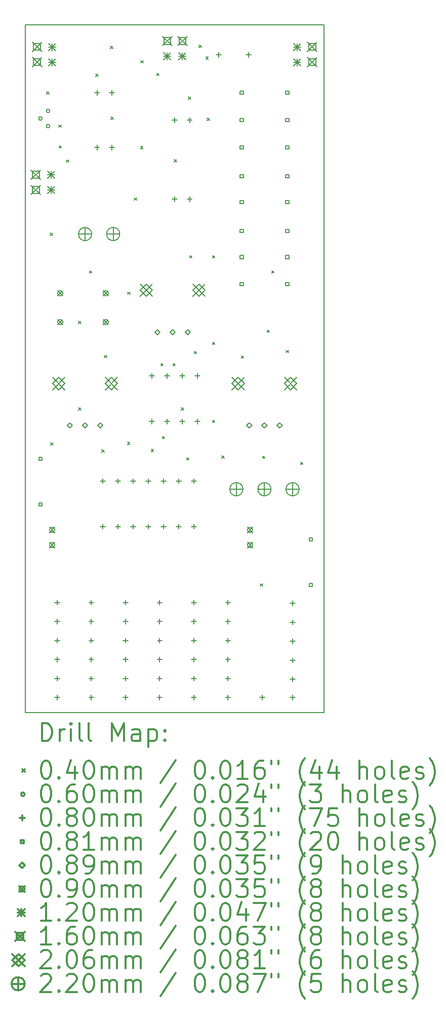
<source format=gbr>
%FSLAX45Y45*%
G04 Gerber Fmt 4.5, Leading zero omitted, Abs format (unit mm)*
G04 Created by KiCad (PCBNEW (5.0.0-rc2-dev-311-g1dd4af297)) date 04/22/18 13:53:39*
%MOMM*%
%LPD*%
G01*
G04 APERTURE LIST*
%ADD10C,0.200000*%
%ADD11C,0.300000*%
G04 APERTURE END LIST*
D10*
X17293600Y-15240000D02*
X12293600Y-15240000D01*
X17293600Y-3740000D02*
X17293600Y-15240000D01*
X12293600Y-3740000D02*
X17293600Y-3740000D01*
X12293600Y-15240000D02*
X12293600Y-3740000D01*
D10*
X12653600Y-4858000D02*
X12693600Y-4898000D01*
X12693600Y-4858000D02*
X12653600Y-4898000D01*
X12709600Y-7221000D02*
X12749600Y-7261000D01*
X12749600Y-7221000D02*
X12709600Y-7261000D01*
X12721600Y-10730000D02*
X12761600Y-10770000D01*
X12761600Y-10730000D02*
X12721600Y-10770000D01*
X12854600Y-5416000D02*
X12894600Y-5456000D01*
X12894600Y-5416000D02*
X12854600Y-5456000D01*
X12857800Y-5762000D02*
X12897800Y-5802000D01*
X12897800Y-5762000D02*
X12857800Y-5802000D01*
X12982600Y-5999000D02*
X13022600Y-6039000D01*
X13022600Y-5999000D02*
X12982600Y-6039000D01*
X13185600Y-10141000D02*
X13225600Y-10181000D01*
X13225600Y-10141000D02*
X13185600Y-10181000D01*
X13185600Y-8696000D02*
X13225600Y-8736000D01*
X13225600Y-8696000D02*
X13185600Y-8736000D01*
X13365800Y-7854000D02*
X13405800Y-7894000D01*
X13405800Y-7854000D02*
X13365800Y-7894000D01*
X13474600Y-4566000D02*
X13514600Y-4606000D01*
X13514600Y-4566000D02*
X13474600Y-4606000D01*
X13573600Y-10844000D02*
X13613600Y-10884000D01*
X13613600Y-10844000D02*
X13573600Y-10884000D01*
X13613600Y-9268000D02*
X13653600Y-9308000D01*
X13653600Y-9268000D02*
X13613600Y-9308000D01*
X13720600Y-4096000D02*
X13760600Y-4136000D01*
X13760600Y-4096000D02*
X13720600Y-4136000D01*
X13723600Y-5287000D02*
X13763600Y-5327000D01*
X13763600Y-5287000D02*
X13723600Y-5327000D01*
X14001600Y-10718000D02*
X14041600Y-10758000D01*
X14041600Y-10718000D02*
X14001600Y-10758000D01*
X14005600Y-8210000D02*
X14045600Y-8250000D01*
X14045600Y-8210000D02*
X14005600Y-8250000D01*
X14113600Y-6635000D02*
X14153600Y-6675000D01*
X14153600Y-6635000D02*
X14113600Y-6675000D01*
X14220600Y-5774000D02*
X14260600Y-5814000D01*
X14260600Y-5774000D02*
X14220600Y-5814000D01*
X14227600Y-4341000D02*
X14267600Y-4381000D01*
X14267600Y-4341000D02*
X14227600Y-4381000D01*
X14399600Y-10837000D02*
X14439600Y-10877000D01*
X14439600Y-10837000D02*
X14399600Y-10877000D01*
X14492600Y-4552000D02*
X14532600Y-4592000D01*
X14532600Y-4552000D02*
X14492600Y-4592000D01*
X14559600Y-9403400D02*
X14599600Y-9443400D01*
X14599600Y-9403400D02*
X14559600Y-9443400D01*
X14585000Y-10622600D02*
X14625000Y-10662600D01*
X14625000Y-10622600D02*
X14585000Y-10662600D01*
X14762800Y-9403400D02*
X14802800Y-9443400D01*
X14802800Y-9403400D02*
X14762800Y-9443400D01*
X14781600Y-5995000D02*
X14821600Y-6035000D01*
X14821600Y-5995000D02*
X14781600Y-6035000D01*
X14903600Y-10141000D02*
X14943600Y-10181000D01*
X14943600Y-10141000D02*
X14903600Y-10181000D01*
X14991400Y-10978200D02*
X15031400Y-11018200D01*
X15031400Y-10978200D02*
X14991400Y-11018200D01*
X15023600Y-4947000D02*
X15063600Y-4987000D01*
X15063600Y-4947000D02*
X15023600Y-4987000D01*
X15042200Y-7600000D02*
X15082200Y-7640000D01*
X15082200Y-7600000D02*
X15042200Y-7640000D01*
X15118400Y-9200200D02*
X15158400Y-9240200D01*
X15158400Y-9200200D02*
X15118400Y-9240200D01*
X15196600Y-4082000D02*
X15236600Y-4122000D01*
X15236600Y-4082000D02*
X15196600Y-4122000D01*
X15313600Y-4277000D02*
X15353600Y-4317000D01*
X15353600Y-4277000D02*
X15313600Y-4317000D01*
X15336600Y-5303000D02*
X15376600Y-5343000D01*
X15376600Y-5303000D02*
X15336600Y-5343000D01*
X15423200Y-7600000D02*
X15463200Y-7640000D01*
X15463200Y-7600000D02*
X15423200Y-7640000D01*
X15423200Y-9047800D02*
X15463200Y-9087800D01*
X15463200Y-9047800D02*
X15423200Y-9087800D01*
X15423200Y-10351000D02*
X15463200Y-10391000D01*
X15463200Y-10351000D02*
X15423200Y-10391000D01*
X15580600Y-10950000D02*
X15620600Y-10990000D01*
X15620600Y-10950000D02*
X15580600Y-10990000D01*
X15905800Y-9276400D02*
X15945800Y-9316400D01*
X15945800Y-9276400D02*
X15905800Y-9316400D01*
X16226600Y-13086400D02*
X16266600Y-13126400D01*
X16266600Y-13086400D02*
X16226600Y-13126400D01*
X16261400Y-10952800D02*
X16301400Y-10992800D01*
X16301400Y-10952800D02*
X16261400Y-10992800D01*
X16337600Y-8844600D02*
X16377600Y-8884600D01*
X16377600Y-8844600D02*
X16337600Y-8884600D01*
X16413800Y-7854000D02*
X16453800Y-7894000D01*
X16453800Y-7854000D02*
X16413800Y-7894000D01*
X16658600Y-9183000D02*
X16698600Y-9223000D01*
X16698600Y-9183000D02*
X16658600Y-9223000D01*
X16896400Y-11054400D02*
X16936400Y-11094400D01*
X16936400Y-11054400D02*
X16896400Y-11094400D01*
X12577600Y-5308600D02*
G75*
G03X12577600Y-5308600I-30000J0D01*
G01*
X12704600Y-5181600D02*
G75*
G03X12704600Y-5181600I-30000J0D01*
G01*
X12704600Y-5435600D02*
G75*
G03X12704600Y-5435600I-30000J0D01*
G01*
X13743600Y-4836800D02*
X13743600Y-4916800D01*
X13703600Y-4876800D02*
X13783600Y-4876800D01*
X15527400Y-4201800D02*
X15527400Y-4281800D01*
X15487400Y-4241800D02*
X15567400Y-4241800D01*
X16027400Y-4201800D02*
X16027400Y-4281800D01*
X15987400Y-4241800D02*
X16067400Y-4241800D01*
X14793600Y-6614800D02*
X14793600Y-6694800D01*
X14753600Y-6654800D02*
X14833600Y-6654800D01*
X13493600Y-4836800D02*
X13493600Y-4916800D01*
X13453600Y-4876800D02*
X13533600Y-4876800D01*
X15043600Y-6614800D02*
X15043600Y-6694800D01*
X15003600Y-6654800D02*
X15083600Y-6654800D01*
X12827000Y-13358500D02*
X12827000Y-13438500D01*
X12787000Y-13398500D02*
X12867000Y-13398500D01*
X12827000Y-13676000D02*
X12827000Y-13756000D01*
X12787000Y-13716000D02*
X12867000Y-13716000D01*
X12827000Y-13993500D02*
X12827000Y-14073500D01*
X12787000Y-14033500D02*
X12867000Y-14033500D01*
X12827000Y-14311000D02*
X12827000Y-14391000D01*
X12787000Y-14351000D02*
X12867000Y-14351000D01*
X12827000Y-14628500D02*
X12827000Y-14708500D01*
X12787000Y-14668500D02*
X12867000Y-14668500D01*
X12827000Y-14946000D02*
X12827000Y-15026000D01*
X12787000Y-14986000D02*
X12867000Y-14986000D01*
X13398500Y-13358500D02*
X13398500Y-13438500D01*
X13358500Y-13398500D02*
X13438500Y-13398500D01*
X13398500Y-13676000D02*
X13398500Y-13756000D01*
X13358500Y-13716000D02*
X13438500Y-13716000D01*
X13398500Y-13993500D02*
X13398500Y-14073500D01*
X13358500Y-14033500D02*
X13438500Y-14033500D01*
X13398500Y-14311000D02*
X13398500Y-14391000D01*
X13358500Y-14351000D02*
X13438500Y-14351000D01*
X13398500Y-14628500D02*
X13398500Y-14708500D01*
X13358500Y-14668500D02*
X13438500Y-14668500D01*
X13398500Y-14946000D02*
X13398500Y-15026000D01*
X13358500Y-14986000D02*
X13438500Y-14986000D01*
X13589000Y-11326500D02*
X13589000Y-11406500D01*
X13549000Y-11366500D02*
X13629000Y-11366500D01*
X13589000Y-12088500D02*
X13589000Y-12168500D01*
X13549000Y-12128500D02*
X13629000Y-12128500D01*
X13843000Y-11326500D02*
X13843000Y-11406500D01*
X13803000Y-11366500D02*
X13883000Y-11366500D01*
X13970000Y-14946000D02*
X13970000Y-15026000D01*
X13930000Y-14986000D02*
X14010000Y-14986000D01*
X14097000Y-11326500D02*
X14097000Y-11406500D01*
X14057000Y-11366500D02*
X14137000Y-11366500D01*
X14351000Y-11326500D02*
X14351000Y-11406500D01*
X14311000Y-11366500D02*
X14391000Y-11366500D01*
X16764000Y-14006200D02*
X16764000Y-14086200D01*
X16724000Y-14046200D02*
X16804000Y-14046200D01*
X13843000Y-12088500D02*
X13843000Y-12168500D01*
X13803000Y-12128500D02*
X13883000Y-12128500D01*
X13970000Y-13358500D02*
X13970000Y-13438500D01*
X13930000Y-13398500D02*
X14010000Y-13398500D01*
X13970000Y-13676000D02*
X13970000Y-13756000D01*
X13930000Y-13716000D02*
X14010000Y-13716000D01*
X13970000Y-13993500D02*
X13970000Y-14073500D01*
X13930000Y-14033500D02*
X14010000Y-14033500D01*
X13970000Y-14311000D02*
X13970000Y-14391000D01*
X13930000Y-14351000D02*
X14010000Y-14351000D01*
X13970000Y-14628500D02*
X13970000Y-14708500D01*
X13930000Y-14668500D02*
X14010000Y-14668500D01*
X14097000Y-12088500D02*
X14097000Y-12168500D01*
X14057000Y-12128500D02*
X14137000Y-12128500D01*
X14351000Y-12088500D02*
X14351000Y-12168500D01*
X14311000Y-12128500D02*
X14391000Y-12128500D01*
X14541500Y-13358500D02*
X14541500Y-13438500D01*
X14501500Y-13398500D02*
X14581500Y-13398500D01*
X14541500Y-13676000D02*
X14541500Y-13756000D01*
X14501500Y-13716000D02*
X14581500Y-13716000D01*
X14541500Y-13993500D02*
X14541500Y-14073500D01*
X14501500Y-14033500D02*
X14581500Y-14033500D01*
X14541500Y-14311000D02*
X14541500Y-14391000D01*
X14501500Y-14351000D02*
X14581500Y-14351000D01*
X14541500Y-14628500D02*
X14541500Y-14708500D01*
X14501500Y-14668500D02*
X14581500Y-14668500D01*
X14605000Y-11326500D02*
X14605000Y-11406500D01*
X14565000Y-11366500D02*
X14645000Y-11366500D01*
X14605000Y-12088500D02*
X14605000Y-12168500D01*
X14565000Y-12128500D02*
X14645000Y-12128500D01*
X14859000Y-11326500D02*
X14859000Y-11406500D01*
X14819000Y-11366500D02*
X14899000Y-11366500D01*
X14859000Y-12088500D02*
X14859000Y-12168500D01*
X14819000Y-12128500D02*
X14899000Y-12128500D01*
X15113000Y-11326500D02*
X15113000Y-11406500D01*
X15073000Y-11366500D02*
X15153000Y-11366500D01*
X15113000Y-12088500D02*
X15113000Y-12168500D01*
X15073000Y-12128500D02*
X15153000Y-12128500D01*
X16764000Y-14641200D02*
X16764000Y-14721200D01*
X16724000Y-14681200D02*
X16804000Y-14681200D01*
X14541500Y-14946000D02*
X14541500Y-15026000D01*
X14501500Y-14986000D02*
X14581500Y-14986000D01*
X15113000Y-13358500D02*
X15113000Y-13438500D01*
X15073000Y-13398500D02*
X15153000Y-13398500D01*
X15113000Y-13676000D02*
X15113000Y-13756000D01*
X15073000Y-13716000D02*
X15153000Y-13716000D01*
X16764000Y-13688700D02*
X16764000Y-13768700D01*
X16724000Y-13728700D02*
X16804000Y-13728700D01*
X15113000Y-13993500D02*
X15113000Y-14073500D01*
X15073000Y-14033500D02*
X15153000Y-14033500D01*
X15113000Y-14311000D02*
X15113000Y-14391000D01*
X15073000Y-14351000D02*
X15153000Y-14351000D01*
X15113000Y-14628500D02*
X15113000Y-14708500D01*
X15073000Y-14668500D02*
X15153000Y-14668500D01*
X15113000Y-14946000D02*
X15113000Y-15026000D01*
X15073000Y-14986000D02*
X15153000Y-14986000D01*
X15684500Y-13358500D02*
X15684500Y-13438500D01*
X15644500Y-13398500D02*
X15724500Y-13398500D01*
X15684500Y-13676000D02*
X15684500Y-13756000D01*
X15644500Y-13716000D02*
X15724500Y-13716000D01*
X16764000Y-13371200D02*
X16764000Y-13451200D01*
X16724000Y-13411200D02*
X16804000Y-13411200D01*
X16764000Y-14323700D02*
X16764000Y-14403700D01*
X16724000Y-14363700D02*
X16804000Y-14363700D01*
X14412600Y-9569000D02*
X14412600Y-9649000D01*
X14372600Y-9609000D02*
X14452600Y-9609000D01*
X14793600Y-5294000D02*
X14793600Y-5374000D01*
X14753600Y-5334000D02*
X14833600Y-5334000D01*
X15043600Y-5294000D02*
X15043600Y-5374000D01*
X15003600Y-5334000D02*
X15083600Y-5334000D01*
X13493600Y-5751200D02*
X13493600Y-5831200D01*
X13453600Y-5791200D02*
X13533600Y-5791200D01*
X13743600Y-5751200D02*
X13743600Y-5831200D01*
X13703600Y-5791200D02*
X13783600Y-5791200D01*
X14412600Y-10331000D02*
X14412600Y-10411000D01*
X14372600Y-10371000D02*
X14452600Y-10371000D01*
X14666600Y-9569000D02*
X14666600Y-9649000D01*
X14626600Y-9609000D02*
X14706600Y-9609000D01*
X14666600Y-10331000D02*
X14666600Y-10411000D01*
X14626600Y-10371000D02*
X14706600Y-10371000D01*
X14920600Y-9569000D02*
X14920600Y-9649000D01*
X14880600Y-9609000D02*
X14960600Y-9609000D01*
X14920600Y-10331000D02*
X14920600Y-10411000D01*
X14880600Y-10371000D02*
X14960600Y-10371000D01*
X15174600Y-9569000D02*
X15174600Y-9649000D01*
X15134600Y-9609000D02*
X15214600Y-9609000D01*
X15174600Y-10331000D02*
X15174600Y-10411000D01*
X15134600Y-10371000D02*
X15214600Y-10371000D01*
X15684500Y-13993500D02*
X15684500Y-14073500D01*
X15644500Y-14033500D02*
X15724500Y-14033500D01*
X15684500Y-14311000D02*
X15684500Y-14391000D01*
X15644500Y-14351000D02*
X15724500Y-14351000D01*
X15684500Y-14628500D02*
X15684500Y-14708500D01*
X15644500Y-14668500D02*
X15724500Y-14668500D01*
X15684500Y-14946000D02*
X15684500Y-15026000D01*
X15644500Y-14986000D02*
X15724500Y-14986000D01*
X16256000Y-14946000D02*
X16256000Y-15026000D01*
X16216000Y-14986000D02*
X16296000Y-14986000D01*
X16764000Y-14946000D02*
X16764000Y-15026000D01*
X16724000Y-14986000D02*
X16804000Y-14986000D01*
X15941337Y-6302537D02*
X15941337Y-6245063D01*
X15883863Y-6245063D01*
X15883863Y-6302537D01*
X15941337Y-6302537D01*
X16703337Y-6302537D02*
X16703337Y-6245063D01*
X16645863Y-6245063D01*
X16645863Y-6302537D01*
X16703337Y-6302537D01*
X17097537Y-12373137D02*
X17097537Y-12315663D01*
X17040063Y-12315663D01*
X17040063Y-12373137D01*
X17097537Y-12373137D01*
X15941337Y-4905537D02*
X15941337Y-4848063D01*
X15883863Y-4848063D01*
X15883863Y-4905537D01*
X15941337Y-4905537D01*
X16703337Y-4905537D02*
X16703337Y-4848063D01*
X16645863Y-4848063D01*
X16645863Y-4905537D01*
X16703337Y-4905537D01*
X15941337Y-6734337D02*
X15941337Y-6676863D01*
X15883863Y-6676863D01*
X15883863Y-6734337D01*
X15941337Y-6734337D01*
X16703337Y-6734337D02*
X16703337Y-6676863D01*
X16645863Y-6676863D01*
X16645863Y-6734337D01*
X16703337Y-6734337D01*
X17097537Y-13135137D02*
X17097537Y-13077663D01*
X17040063Y-13077663D01*
X17040063Y-13135137D01*
X17097537Y-13135137D01*
X15941337Y-7653737D02*
X15941337Y-7596263D01*
X15883863Y-7596263D01*
X15883863Y-7653737D01*
X15941337Y-7653737D01*
X15941337Y-8105937D02*
X15941337Y-8048463D01*
X15883863Y-8048463D01*
X15883863Y-8105937D01*
X15941337Y-8105937D01*
X16703337Y-8105937D02*
X16703337Y-8048463D01*
X16645863Y-8048463D01*
X16645863Y-8105937D01*
X16703337Y-8105937D01*
X12576337Y-11026937D02*
X12576337Y-10969463D01*
X12518863Y-10969463D01*
X12518863Y-11026937D01*
X12576337Y-11026937D01*
X12576337Y-11788937D02*
X12576337Y-11731463D01*
X12518863Y-11731463D01*
X12518863Y-11788937D01*
X12576337Y-11788937D01*
X16703337Y-7653737D02*
X16703337Y-7596263D01*
X16645863Y-7596263D01*
X16645863Y-7653737D01*
X16703337Y-7653737D01*
X15941337Y-5362737D02*
X15941337Y-5305263D01*
X15883863Y-5305263D01*
X15883863Y-5362737D01*
X15941337Y-5362737D01*
X16703337Y-5362737D02*
X16703337Y-5305263D01*
X16645863Y-5305263D01*
X16645863Y-5362737D01*
X16703337Y-5362737D01*
X15941337Y-7216937D02*
X15941337Y-7159463D01*
X15883863Y-7159463D01*
X15883863Y-7216937D01*
X15941337Y-7216937D01*
X16703337Y-7216937D02*
X16703337Y-7159463D01*
X16645863Y-7159463D01*
X16645863Y-7216937D01*
X16703337Y-7216937D01*
X15941337Y-5819937D02*
X15941337Y-5762463D01*
X15883863Y-5762463D01*
X15883863Y-5819937D01*
X15941337Y-5819937D01*
X16703337Y-5819937D02*
X16703337Y-5762463D01*
X16645863Y-5762463D01*
X16645863Y-5819937D01*
X16703337Y-5819937D01*
X13039616Y-10485674D02*
X13084066Y-10441224D01*
X13039616Y-10396774D01*
X12995166Y-10441224D01*
X13039616Y-10485674D01*
X13293616Y-10485674D02*
X13338066Y-10441224D01*
X13293616Y-10396774D01*
X13249166Y-10441224D01*
X13293616Y-10485674D01*
X13547616Y-10485674D02*
X13592066Y-10441224D01*
X13547616Y-10396774D01*
X13503166Y-10441224D01*
X13547616Y-10485674D01*
X16039616Y-10485674D02*
X16084066Y-10441224D01*
X16039616Y-10396774D01*
X15995166Y-10441224D01*
X16039616Y-10485674D01*
X16293616Y-10485674D02*
X16338066Y-10441224D01*
X16293616Y-10396774D01*
X16249166Y-10441224D01*
X16293616Y-10485674D01*
X16547616Y-10485674D02*
X16592066Y-10441224D01*
X16547616Y-10396774D01*
X16503166Y-10441224D01*
X16547616Y-10485674D01*
X14503416Y-8924474D02*
X14547866Y-8880024D01*
X14503416Y-8835574D01*
X14458966Y-8880024D01*
X14503416Y-8924474D01*
X14757416Y-8924474D02*
X14801866Y-8880024D01*
X14757416Y-8835574D01*
X14712966Y-8880024D01*
X14757416Y-8924474D01*
X15011416Y-8924474D02*
X15055866Y-8880024D01*
X15011416Y-8835574D01*
X14966966Y-8880024D01*
X15011416Y-8924474D01*
X12832800Y-8667200D02*
X12922800Y-8757200D01*
X12922800Y-8667200D02*
X12832800Y-8757200D01*
X12922800Y-8712200D02*
G75*
G03X12922800Y-8712200I-45000J0D01*
G01*
X13594800Y-8667200D02*
X13684800Y-8757200D01*
X13684800Y-8667200D02*
X13594800Y-8757200D01*
X13684800Y-8712200D02*
G75*
G03X13684800Y-8712200I-45000J0D01*
G01*
X12832800Y-8184600D02*
X12922800Y-8274600D01*
X12922800Y-8184600D02*
X12832800Y-8274600D01*
X12922800Y-8229600D02*
G75*
G03X12922800Y-8229600I-45000J0D01*
G01*
X13594800Y-8184600D02*
X13684800Y-8274600D01*
X13684800Y-8184600D02*
X13594800Y-8274600D01*
X13684800Y-8229600D02*
G75*
G03X13684800Y-8229600I-45000J0D01*
G01*
X12698600Y-12141000D02*
X12788600Y-12231000D01*
X12788600Y-12141000D02*
X12698600Y-12231000D01*
X12788600Y-12186000D02*
G75*
G03X12788600Y-12186000I-45000J0D01*
G01*
X12698600Y-12395000D02*
X12788600Y-12485000D01*
X12788600Y-12395000D02*
X12698600Y-12485000D01*
X12788600Y-12440000D02*
G75*
G03X12788600Y-12440000I-45000J0D01*
G01*
X16007800Y-12141000D02*
X16097800Y-12231000D01*
X16097800Y-12141000D02*
X16007800Y-12231000D01*
X16097800Y-12186000D02*
G75*
G03X16097800Y-12186000I-45000J0D01*
G01*
X16007800Y-12395000D02*
X16097800Y-12485000D01*
X16097800Y-12395000D02*
X16007800Y-12485000D01*
X16097800Y-12440000D02*
G75*
G03X16097800Y-12440000I-45000J0D01*
G01*
X12665400Y-6188400D02*
X12785400Y-6308400D01*
X12785400Y-6188400D02*
X12665400Y-6308400D01*
X12725400Y-6188400D02*
X12725400Y-6308400D01*
X12665400Y-6248400D02*
X12785400Y-6248400D01*
X12665400Y-6442400D02*
X12785400Y-6562400D01*
X12785400Y-6442400D02*
X12665400Y-6562400D01*
X12725400Y-6442400D02*
X12725400Y-6562400D01*
X12665400Y-6502400D02*
X12785400Y-6502400D01*
X12683600Y-4053000D02*
X12803600Y-4173000D01*
X12803600Y-4053000D02*
X12683600Y-4173000D01*
X12743600Y-4053000D02*
X12743600Y-4173000D01*
X12683600Y-4113000D02*
X12803600Y-4113000D01*
X12683600Y-4307000D02*
X12803600Y-4427000D01*
X12803600Y-4307000D02*
X12683600Y-4427000D01*
X12743600Y-4307000D02*
X12743600Y-4427000D01*
X12683600Y-4367000D02*
X12803600Y-4367000D01*
X16780200Y-4053000D02*
X16900200Y-4173000D01*
X16900200Y-4053000D02*
X16780200Y-4173000D01*
X16840200Y-4053000D02*
X16840200Y-4173000D01*
X16780200Y-4113000D02*
X16900200Y-4113000D01*
X14606600Y-4207000D02*
X14726600Y-4327000D01*
X14726600Y-4207000D02*
X14606600Y-4327000D01*
X14666600Y-4207000D02*
X14666600Y-4327000D01*
X14606600Y-4267000D02*
X14726600Y-4267000D01*
X16780200Y-4307000D02*
X16900200Y-4427000D01*
X16900200Y-4307000D02*
X16780200Y-4427000D01*
X16840200Y-4307000D02*
X16840200Y-4427000D01*
X16780200Y-4367000D02*
X16900200Y-4367000D01*
X14860600Y-4207000D02*
X14980600Y-4327000D01*
X14980600Y-4207000D02*
X14860600Y-4327000D01*
X14920600Y-4207000D02*
X14920600Y-4327000D01*
X14860600Y-4267000D02*
X14980600Y-4267000D01*
X12391400Y-6168400D02*
X12551400Y-6328400D01*
X12551400Y-6168400D02*
X12391400Y-6328400D01*
X12527969Y-6304969D02*
X12527969Y-6191831D01*
X12414831Y-6191831D01*
X12414831Y-6304969D01*
X12527969Y-6304969D01*
X12391400Y-6422400D02*
X12551400Y-6582400D01*
X12551400Y-6422400D02*
X12391400Y-6582400D01*
X12527969Y-6558969D02*
X12527969Y-6445831D01*
X12414831Y-6445831D01*
X12414831Y-6558969D01*
X12527969Y-6558969D01*
X12409600Y-4033000D02*
X12569600Y-4193000D01*
X12569600Y-4033000D02*
X12409600Y-4193000D01*
X12546169Y-4169569D02*
X12546169Y-4056431D01*
X12433031Y-4056431D01*
X12433031Y-4169569D01*
X12546169Y-4169569D01*
X12409600Y-4287000D02*
X12569600Y-4447000D01*
X12569600Y-4287000D02*
X12409600Y-4447000D01*
X12546169Y-4423569D02*
X12546169Y-4310431D01*
X12433031Y-4310431D01*
X12433031Y-4423569D01*
X12546169Y-4423569D01*
X14586600Y-3933000D02*
X14746600Y-4093000D01*
X14746600Y-3933000D02*
X14586600Y-4093000D01*
X14723169Y-4069569D02*
X14723169Y-3956431D01*
X14610031Y-3956431D01*
X14610031Y-4069569D01*
X14723169Y-4069569D01*
X17014200Y-4033000D02*
X17174200Y-4193000D01*
X17174200Y-4033000D02*
X17014200Y-4193000D01*
X17150769Y-4169569D02*
X17150769Y-4056431D01*
X17037631Y-4056431D01*
X17037631Y-4169569D01*
X17150769Y-4169569D01*
X17014200Y-4287000D02*
X17174200Y-4447000D01*
X17174200Y-4287000D02*
X17014200Y-4447000D01*
X17150769Y-4423569D02*
X17150769Y-4310431D01*
X17037631Y-4310431D01*
X17037631Y-4423569D01*
X17150769Y-4423569D01*
X14840600Y-3933000D02*
X15000600Y-4093000D01*
X15000600Y-3933000D02*
X14840600Y-4093000D01*
X14977169Y-4069569D02*
X14977169Y-3956431D01*
X14864031Y-3956431D01*
X14864031Y-4069569D01*
X14977169Y-4069569D01*
X12751326Y-9637314D02*
X12957066Y-9843054D01*
X12957066Y-9637314D02*
X12751326Y-9843054D01*
X12854196Y-9843054D02*
X12957066Y-9740184D01*
X12854196Y-9637314D01*
X12751326Y-9740184D01*
X12854196Y-9843054D01*
X13630166Y-9637314D02*
X13835906Y-9843054D01*
X13835906Y-9637314D02*
X13630166Y-9843054D01*
X13733036Y-9843054D02*
X13835906Y-9740184D01*
X13733036Y-9637314D01*
X13630166Y-9740184D01*
X13733036Y-9843054D01*
X15751326Y-9637314D02*
X15957066Y-9843054D01*
X15957066Y-9637314D02*
X15751326Y-9843054D01*
X15854196Y-9843054D02*
X15957066Y-9740184D01*
X15854196Y-9637314D01*
X15751326Y-9740184D01*
X15854196Y-9843054D01*
X16630166Y-9637314D02*
X16835906Y-9843054D01*
X16835906Y-9637314D02*
X16630166Y-9843054D01*
X16733036Y-9843054D02*
X16835906Y-9740184D01*
X16733036Y-9637314D01*
X16630166Y-9740184D01*
X16733036Y-9843054D01*
X14215126Y-8076114D02*
X14420866Y-8281854D01*
X14420866Y-8076114D02*
X14215126Y-8281854D01*
X14317996Y-8281854D02*
X14420866Y-8178984D01*
X14317996Y-8076114D01*
X14215126Y-8178984D01*
X14317996Y-8281854D01*
X15093966Y-8076114D02*
X15299706Y-8281854D01*
X15299706Y-8076114D02*
X15093966Y-8281854D01*
X15196836Y-8281854D02*
X15299706Y-8178984D01*
X15196836Y-8076114D01*
X15093966Y-8178984D01*
X15196836Y-8281854D01*
X13293600Y-7130000D02*
X13293600Y-7350000D01*
X13183600Y-7240000D02*
X13403600Y-7240000D01*
X13403600Y-7240000D02*
G75*
G03X13403600Y-7240000I-110000J0D01*
G01*
X13763600Y-7130000D02*
X13763600Y-7350000D01*
X13653600Y-7240000D02*
X13873600Y-7240000D01*
X13873600Y-7240000D02*
G75*
G03X13873600Y-7240000I-110000J0D01*
G01*
X15823600Y-11396200D02*
X15823600Y-11616200D01*
X15713600Y-11506200D02*
X15933600Y-11506200D01*
X15933600Y-11506200D02*
G75*
G03X15933600Y-11506200I-110000J0D01*
G01*
X16293600Y-11396200D02*
X16293600Y-11616200D01*
X16183600Y-11506200D02*
X16403600Y-11506200D01*
X16403600Y-11506200D02*
G75*
G03X16403600Y-11506200I-110000J0D01*
G01*
X16763600Y-11396200D02*
X16763600Y-11616200D01*
X16653600Y-11506200D02*
X16873600Y-11506200D01*
X16873600Y-11506200D02*
G75*
G03X16873600Y-11506200I-110000J0D01*
G01*
D11*
X12570028Y-15715714D02*
X12570028Y-15415714D01*
X12641457Y-15415714D01*
X12684314Y-15430000D01*
X12712886Y-15458571D01*
X12727171Y-15487143D01*
X12741457Y-15544286D01*
X12741457Y-15587143D01*
X12727171Y-15644286D01*
X12712886Y-15672857D01*
X12684314Y-15701429D01*
X12641457Y-15715714D01*
X12570028Y-15715714D01*
X12870028Y-15715714D02*
X12870028Y-15515714D01*
X12870028Y-15572857D02*
X12884314Y-15544286D01*
X12898600Y-15530000D01*
X12927171Y-15515714D01*
X12955743Y-15515714D01*
X13055743Y-15715714D02*
X13055743Y-15515714D01*
X13055743Y-15415714D02*
X13041457Y-15430000D01*
X13055743Y-15444286D01*
X13070028Y-15430000D01*
X13055743Y-15415714D01*
X13055743Y-15444286D01*
X13241457Y-15715714D02*
X13212886Y-15701429D01*
X13198600Y-15672857D01*
X13198600Y-15415714D01*
X13398600Y-15715714D02*
X13370028Y-15701429D01*
X13355743Y-15672857D01*
X13355743Y-15415714D01*
X13741457Y-15715714D02*
X13741457Y-15415714D01*
X13841457Y-15630000D01*
X13941457Y-15415714D01*
X13941457Y-15715714D01*
X14212886Y-15715714D02*
X14212886Y-15558571D01*
X14198600Y-15530000D01*
X14170028Y-15515714D01*
X14112886Y-15515714D01*
X14084314Y-15530000D01*
X14212886Y-15701429D02*
X14184314Y-15715714D01*
X14112886Y-15715714D01*
X14084314Y-15701429D01*
X14070028Y-15672857D01*
X14070028Y-15644286D01*
X14084314Y-15615714D01*
X14112886Y-15601429D01*
X14184314Y-15601429D01*
X14212886Y-15587143D01*
X14355743Y-15515714D02*
X14355743Y-15815714D01*
X14355743Y-15530000D02*
X14384314Y-15515714D01*
X14441457Y-15515714D01*
X14470028Y-15530000D01*
X14484314Y-15544286D01*
X14498600Y-15572857D01*
X14498600Y-15658571D01*
X14484314Y-15687143D01*
X14470028Y-15701429D01*
X14441457Y-15715714D01*
X14384314Y-15715714D01*
X14355743Y-15701429D01*
X14627171Y-15687143D02*
X14641457Y-15701429D01*
X14627171Y-15715714D01*
X14612886Y-15701429D01*
X14627171Y-15687143D01*
X14627171Y-15715714D01*
X14627171Y-15530000D02*
X14641457Y-15544286D01*
X14627171Y-15558571D01*
X14612886Y-15544286D01*
X14627171Y-15530000D01*
X14627171Y-15558571D01*
X12243600Y-16190000D02*
X12283600Y-16230000D01*
X12283600Y-16190000D02*
X12243600Y-16230000D01*
X12627171Y-16045714D02*
X12655743Y-16045714D01*
X12684314Y-16060000D01*
X12698600Y-16074286D01*
X12712886Y-16102857D01*
X12727171Y-16160000D01*
X12727171Y-16231429D01*
X12712886Y-16288571D01*
X12698600Y-16317143D01*
X12684314Y-16331429D01*
X12655743Y-16345714D01*
X12627171Y-16345714D01*
X12598600Y-16331429D01*
X12584314Y-16317143D01*
X12570028Y-16288571D01*
X12555743Y-16231429D01*
X12555743Y-16160000D01*
X12570028Y-16102857D01*
X12584314Y-16074286D01*
X12598600Y-16060000D01*
X12627171Y-16045714D01*
X12855743Y-16317143D02*
X12870028Y-16331429D01*
X12855743Y-16345714D01*
X12841457Y-16331429D01*
X12855743Y-16317143D01*
X12855743Y-16345714D01*
X13127171Y-16145714D02*
X13127171Y-16345714D01*
X13055743Y-16031429D02*
X12984314Y-16245714D01*
X13170028Y-16245714D01*
X13341457Y-16045714D02*
X13370028Y-16045714D01*
X13398600Y-16060000D01*
X13412886Y-16074286D01*
X13427171Y-16102857D01*
X13441457Y-16160000D01*
X13441457Y-16231429D01*
X13427171Y-16288571D01*
X13412886Y-16317143D01*
X13398600Y-16331429D01*
X13370028Y-16345714D01*
X13341457Y-16345714D01*
X13312886Y-16331429D01*
X13298600Y-16317143D01*
X13284314Y-16288571D01*
X13270028Y-16231429D01*
X13270028Y-16160000D01*
X13284314Y-16102857D01*
X13298600Y-16074286D01*
X13312886Y-16060000D01*
X13341457Y-16045714D01*
X13570028Y-16345714D02*
X13570028Y-16145714D01*
X13570028Y-16174286D02*
X13584314Y-16160000D01*
X13612886Y-16145714D01*
X13655743Y-16145714D01*
X13684314Y-16160000D01*
X13698600Y-16188571D01*
X13698600Y-16345714D01*
X13698600Y-16188571D02*
X13712886Y-16160000D01*
X13741457Y-16145714D01*
X13784314Y-16145714D01*
X13812886Y-16160000D01*
X13827171Y-16188571D01*
X13827171Y-16345714D01*
X13970028Y-16345714D02*
X13970028Y-16145714D01*
X13970028Y-16174286D02*
X13984314Y-16160000D01*
X14012886Y-16145714D01*
X14055743Y-16145714D01*
X14084314Y-16160000D01*
X14098600Y-16188571D01*
X14098600Y-16345714D01*
X14098600Y-16188571D02*
X14112886Y-16160000D01*
X14141457Y-16145714D01*
X14184314Y-16145714D01*
X14212886Y-16160000D01*
X14227171Y-16188571D01*
X14227171Y-16345714D01*
X14812886Y-16031429D02*
X14555743Y-16417143D01*
X15198600Y-16045714D02*
X15227171Y-16045714D01*
X15255743Y-16060000D01*
X15270028Y-16074286D01*
X15284314Y-16102857D01*
X15298600Y-16160000D01*
X15298600Y-16231429D01*
X15284314Y-16288571D01*
X15270028Y-16317143D01*
X15255743Y-16331429D01*
X15227171Y-16345714D01*
X15198600Y-16345714D01*
X15170028Y-16331429D01*
X15155743Y-16317143D01*
X15141457Y-16288571D01*
X15127171Y-16231429D01*
X15127171Y-16160000D01*
X15141457Y-16102857D01*
X15155743Y-16074286D01*
X15170028Y-16060000D01*
X15198600Y-16045714D01*
X15427171Y-16317143D02*
X15441457Y-16331429D01*
X15427171Y-16345714D01*
X15412886Y-16331429D01*
X15427171Y-16317143D01*
X15427171Y-16345714D01*
X15627171Y-16045714D02*
X15655743Y-16045714D01*
X15684314Y-16060000D01*
X15698600Y-16074286D01*
X15712886Y-16102857D01*
X15727171Y-16160000D01*
X15727171Y-16231429D01*
X15712886Y-16288571D01*
X15698600Y-16317143D01*
X15684314Y-16331429D01*
X15655743Y-16345714D01*
X15627171Y-16345714D01*
X15598600Y-16331429D01*
X15584314Y-16317143D01*
X15570028Y-16288571D01*
X15555743Y-16231429D01*
X15555743Y-16160000D01*
X15570028Y-16102857D01*
X15584314Y-16074286D01*
X15598600Y-16060000D01*
X15627171Y-16045714D01*
X16012886Y-16345714D02*
X15841457Y-16345714D01*
X15927171Y-16345714D02*
X15927171Y-16045714D01*
X15898600Y-16088571D01*
X15870028Y-16117143D01*
X15841457Y-16131429D01*
X16270028Y-16045714D02*
X16212886Y-16045714D01*
X16184314Y-16060000D01*
X16170028Y-16074286D01*
X16141457Y-16117143D01*
X16127171Y-16174286D01*
X16127171Y-16288571D01*
X16141457Y-16317143D01*
X16155743Y-16331429D01*
X16184314Y-16345714D01*
X16241457Y-16345714D01*
X16270028Y-16331429D01*
X16284314Y-16317143D01*
X16298600Y-16288571D01*
X16298600Y-16217143D01*
X16284314Y-16188571D01*
X16270028Y-16174286D01*
X16241457Y-16160000D01*
X16184314Y-16160000D01*
X16155743Y-16174286D01*
X16141457Y-16188571D01*
X16127171Y-16217143D01*
X16412886Y-16045714D02*
X16412886Y-16102857D01*
X16527171Y-16045714D02*
X16527171Y-16102857D01*
X16970028Y-16460000D02*
X16955743Y-16445714D01*
X16927171Y-16402857D01*
X16912886Y-16374286D01*
X16898600Y-16331429D01*
X16884314Y-16260000D01*
X16884314Y-16202857D01*
X16898600Y-16131429D01*
X16912886Y-16088571D01*
X16927171Y-16060000D01*
X16955743Y-16017143D01*
X16970028Y-16002857D01*
X17212886Y-16145714D02*
X17212886Y-16345714D01*
X17141457Y-16031429D02*
X17070028Y-16245714D01*
X17255743Y-16245714D01*
X17498600Y-16145714D02*
X17498600Y-16345714D01*
X17427171Y-16031429D02*
X17355743Y-16245714D01*
X17541457Y-16245714D01*
X17884314Y-16345714D02*
X17884314Y-16045714D01*
X18012886Y-16345714D02*
X18012886Y-16188571D01*
X17998600Y-16160000D01*
X17970028Y-16145714D01*
X17927171Y-16145714D01*
X17898600Y-16160000D01*
X17884314Y-16174286D01*
X18198600Y-16345714D02*
X18170028Y-16331429D01*
X18155743Y-16317143D01*
X18141457Y-16288571D01*
X18141457Y-16202857D01*
X18155743Y-16174286D01*
X18170028Y-16160000D01*
X18198600Y-16145714D01*
X18241457Y-16145714D01*
X18270028Y-16160000D01*
X18284314Y-16174286D01*
X18298600Y-16202857D01*
X18298600Y-16288571D01*
X18284314Y-16317143D01*
X18270028Y-16331429D01*
X18241457Y-16345714D01*
X18198600Y-16345714D01*
X18470028Y-16345714D02*
X18441457Y-16331429D01*
X18427171Y-16302857D01*
X18427171Y-16045714D01*
X18698600Y-16331429D02*
X18670028Y-16345714D01*
X18612886Y-16345714D01*
X18584314Y-16331429D01*
X18570028Y-16302857D01*
X18570028Y-16188571D01*
X18584314Y-16160000D01*
X18612886Y-16145714D01*
X18670028Y-16145714D01*
X18698600Y-16160000D01*
X18712886Y-16188571D01*
X18712886Y-16217143D01*
X18570028Y-16245714D01*
X18827171Y-16331429D02*
X18855743Y-16345714D01*
X18912886Y-16345714D01*
X18941457Y-16331429D01*
X18955743Y-16302857D01*
X18955743Y-16288571D01*
X18941457Y-16260000D01*
X18912886Y-16245714D01*
X18870028Y-16245714D01*
X18841457Y-16231429D01*
X18827171Y-16202857D01*
X18827171Y-16188571D01*
X18841457Y-16160000D01*
X18870028Y-16145714D01*
X18912886Y-16145714D01*
X18941457Y-16160000D01*
X19055743Y-16460000D02*
X19070028Y-16445714D01*
X19098600Y-16402857D01*
X19112886Y-16374286D01*
X19127171Y-16331429D01*
X19141457Y-16260000D01*
X19141457Y-16202857D01*
X19127171Y-16131429D01*
X19112886Y-16088571D01*
X19098600Y-16060000D01*
X19070028Y-16017143D01*
X19055743Y-16002857D01*
X12283600Y-16606000D02*
G75*
G03X12283600Y-16606000I-30000J0D01*
G01*
X12627171Y-16441714D02*
X12655743Y-16441714D01*
X12684314Y-16456000D01*
X12698600Y-16470286D01*
X12712886Y-16498857D01*
X12727171Y-16556000D01*
X12727171Y-16627429D01*
X12712886Y-16684571D01*
X12698600Y-16713143D01*
X12684314Y-16727429D01*
X12655743Y-16741714D01*
X12627171Y-16741714D01*
X12598600Y-16727429D01*
X12584314Y-16713143D01*
X12570028Y-16684571D01*
X12555743Y-16627429D01*
X12555743Y-16556000D01*
X12570028Y-16498857D01*
X12584314Y-16470286D01*
X12598600Y-16456000D01*
X12627171Y-16441714D01*
X12855743Y-16713143D02*
X12870028Y-16727429D01*
X12855743Y-16741714D01*
X12841457Y-16727429D01*
X12855743Y-16713143D01*
X12855743Y-16741714D01*
X13127171Y-16441714D02*
X13070028Y-16441714D01*
X13041457Y-16456000D01*
X13027171Y-16470286D01*
X12998600Y-16513143D01*
X12984314Y-16570286D01*
X12984314Y-16684571D01*
X12998600Y-16713143D01*
X13012886Y-16727429D01*
X13041457Y-16741714D01*
X13098600Y-16741714D01*
X13127171Y-16727429D01*
X13141457Y-16713143D01*
X13155743Y-16684571D01*
X13155743Y-16613143D01*
X13141457Y-16584571D01*
X13127171Y-16570286D01*
X13098600Y-16556000D01*
X13041457Y-16556000D01*
X13012886Y-16570286D01*
X12998600Y-16584571D01*
X12984314Y-16613143D01*
X13341457Y-16441714D02*
X13370028Y-16441714D01*
X13398600Y-16456000D01*
X13412886Y-16470286D01*
X13427171Y-16498857D01*
X13441457Y-16556000D01*
X13441457Y-16627429D01*
X13427171Y-16684571D01*
X13412886Y-16713143D01*
X13398600Y-16727429D01*
X13370028Y-16741714D01*
X13341457Y-16741714D01*
X13312886Y-16727429D01*
X13298600Y-16713143D01*
X13284314Y-16684571D01*
X13270028Y-16627429D01*
X13270028Y-16556000D01*
X13284314Y-16498857D01*
X13298600Y-16470286D01*
X13312886Y-16456000D01*
X13341457Y-16441714D01*
X13570028Y-16741714D02*
X13570028Y-16541714D01*
X13570028Y-16570286D02*
X13584314Y-16556000D01*
X13612886Y-16541714D01*
X13655743Y-16541714D01*
X13684314Y-16556000D01*
X13698600Y-16584571D01*
X13698600Y-16741714D01*
X13698600Y-16584571D02*
X13712886Y-16556000D01*
X13741457Y-16541714D01*
X13784314Y-16541714D01*
X13812886Y-16556000D01*
X13827171Y-16584571D01*
X13827171Y-16741714D01*
X13970028Y-16741714D02*
X13970028Y-16541714D01*
X13970028Y-16570286D02*
X13984314Y-16556000D01*
X14012886Y-16541714D01*
X14055743Y-16541714D01*
X14084314Y-16556000D01*
X14098600Y-16584571D01*
X14098600Y-16741714D01*
X14098600Y-16584571D02*
X14112886Y-16556000D01*
X14141457Y-16541714D01*
X14184314Y-16541714D01*
X14212886Y-16556000D01*
X14227171Y-16584571D01*
X14227171Y-16741714D01*
X14812886Y-16427429D02*
X14555743Y-16813143D01*
X15198600Y-16441714D02*
X15227171Y-16441714D01*
X15255743Y-16456000D01*
X15270028Y-16470286D01*
X15284314Y-16498857D01*
X15298600Y-16556000D01*
X15298600Y-16627429D01*
X15284314Y-16684571D01*
X15270028Y-16713143D01*
X15255743Y-16727429D01*
X15227171Y-16741714D01*
X15198600Y-16741714D01*
X15170028Y-16727429D01*
X15155743Y-16713143D01*
X15141457Y-16684571D01*
X15127171Y-16627429D01*
X15127171Y-16556000D01*
X15141457Y-16498857D01*
X15155743Y-16470286D01*
X15170028Y-16456000D01*
X15198600Y-16441714D01*
X15427171Y-16713143D02*
X15441457Y-16727429D01*
X15427171Y-16741714D01*
X15412886Y-16727429D01*
X15427171Y-16713143D01*
X15427171Y-16741714D01*
X15627171Y-16441714D02*
X15655743Y-16441714D01*
X15684314Y-16456000D01*
X15698600Y-16470286D01*
X15712886Y-16498857D01*
X15727171Y-16556000D01*
X15727171Y-16627429D01*
X15712886Y-16684571D01*
X15698600Y-16713143D01*
X15684314Y-16727429D01*
X15655743Y-16741714D01*
X15627171Y-16741714D01*
X15598600Y-16727429D01*
X15584314Y-16713143D01*
X15570028Y-16684571D01*
X15555743Y-16627429D01*
X15555743Y-16556000D01*
X15570028Y-16498857D01*
X15584314Y-16470286D01*
X15598600Y-16456000D01*
X15627171Y-16441714D01*
X15841457Y-16470286D02*
X15855743Y-16456000D01*
X15884314Y-16441714D01*
X15955743Y-16441714D01*
X15984314Y-16456000D01*
X15998600Y-16470286D01*
X16012886Y-16498857D01*
X16012886Y-16527429D01*
X15998600Y-16570286D01*
X15827171Y-16741714D01*
X16012886Y-16741714D01*
X16270028Y-16541714D02*
X16270028Y-16741714D01*
X16198600Y-16427429D02*
X16127171Y-16641714D01*
X16312886Y-16641714D01*
X16412886Y-16441714D02*
X16412886Y-16498857D01*
X16527171Y-16441714D02*
X16527171Y-16498857D01*
X16970028Y-16856000D02*
X16955743Y-16841714D01*
X16927171Y-16798857D01*
X16912886Y-16770286D01*
X16898600Y-16727429D01*
X16884314Y-16656000D01*
X16884314Y-16598857D01*
X16898600Y-16527429D01*
X16912886Y-16484571D01*
X16927171Y-16456000D01*
X16955743Y-16413143D01*
X16970028Y-16398857D01*
X17055743Y-16441714D02*
X17241457Y-16441714D01*
X17141457Y-16556000D01*
X17184314Y-16556000D01*
X17212886Y-16570286D01*
X17227171Y-16584571D01*
X17241457Y-16613143D01*
X17241457Y-16684571D01*
X17227171Y-16713143D01*
X17212886Y-16727429D01*
X17184314Y-16741714D01*
X17098600Y-16741714D01*
X17070028Y-16727429D01*
X17055743Y-16713143D01*
X17598600Y-16741714D02*
X17598600Y-16441714D01*
X17727171Y-16741714D02*
X17727171Y-16584571D01*
X17712886Y-16556000D01*
X17684314Y-16541714D01*
X17641457Y-16541714D01*
X17612886Y-16556000D01*
X17598600Y-16570286D01*
X17912886Y-16741714D02*
X17884314Y-16727429D01*
X17870028Y-16713143D01*
X17855743Y-16684571D01*
X17855743Y-16598857D01*
X17870028Y-16570286D01*
X17884314Y-16556000D01*
X17912886Y-16541714D01*
X17955743Y-16541714D01*
X17984314Y-16556000D01*
X17998600Y-16570286D01*
X18012886Y-16598857D01*
X18012886Y-16684571D01*
X17998600Y-16713143D01*
X17984314Y-16727429D01*
X17955743Y-16741714D01*
X17912886Y-16741714D01*
X18184314Y-16741714D02*
X18155743Y-16727429D01*
X18141457Y-16698857D01*
X18141457Y-16441714D01*
X18412886Y-16727429D02*
X18384314Y-16741714D01*
X18327171Y-16741714D01*
X18298600Y-16727429D01*
X18284314Y-16698857D01*
X18284314Y-16584571D01*
X18298600Y-16556000D01*
X18327171Y-16541714D01*
X18384314Y-16541714D01*
X18412886Y-16556000D01*
X18427171Y-16584571D01*
X18427171Y-16613143D01*
X18284314Y-16641714D01*
X18541457Y-16727429D02*
X18570028Y-16741714D01*
X18627171Y-16741714D01*
X18655743Y-16727429D01*
X18670028Y-16698857D01*
X18670028Y-16684571D01*
X18655743Y-16656000D01*
X18627171Y-16641714D01*
X18584314Y-16641714D01*
X18555743Y-16627429D01*
X18541457Y-16598857D01*
X18541457Y-16584571D01*
X18555743Y-16556000D01*
X18584314Y-16541714D01*
X18627171Y-16541714D01*
X18655743Y-16556000D01*
X18770028Y-16856000D02*
X18784314Y-16841714D01*
X18812886Y-16798857D01*
X18827171Y-16770286D01*
X18841457Y-16727429D01*
X18855743Y-16656000D01*
X18855743Y-16598857D01*
X18841457Y-16527429D01*
X18827171Y-16484571D01*
X18812886Y-16456000D01*
X18784314Y-16413143D01*
X18770028Y-16398857D01*
X12243600Y-16962000D02*
X12243600Y-17042000D01*
X12203600Y-17002000D02*
X12283600Y-17002000D01*
X12627171Y-16837714D02*
X12655743Y-16837714D01*
X12684314Y-16852000D01*
X12698600Y-16866286D01*
X12712886Y-16894857D01*
X12727171Y-16952000D01*
X12727171Y-17023429D01*
X12712886Y-17080572D01*
X12698600Y-17109143D01*
X12684314Y-17123429D01*
X12655743Y-17137714D01*
X12627171Y-17137714D01*
X12598600Y-17123429D01*
X12584314Y-17109143D01*
X12570028Y-17080572D01*
X12555743Y-17023429D01*
X12555743Y-16952000D01*
X12570028Y-16894857D01*
X12584314Y-16866286D01*
X12598600Y-16852000D01*
X12627171Y-16837714D01*
X12855743Y-17109143D02*
X12870028Y-17123429D01*
X12855743Y-17137714D01*
X12841457Y-17123429D01*
X12855743Y-17109143D01*
X12855743Y-17137714D01*
X13041457Y-16966286D02*
X13012886Y-16952000D01*
X12998600Y-16937714D01*
X12984314Y-16909143D01*
X12984314Y-16894857D01*
X12998600Y-16866286D01*
X13012886Y-16852000D01*
X13041457Y-16837714D01*
X13098600Y-16837714D01*
X13127171Y-16852000D01*
X13141457Y-16866286D01*
X13155743Y-16894857D01*
X13155743Y-16909143D01*
X13141457Y-16937714D01*
X13127171Y-16952000D01*
X13098600Y-16966286D01*
X13041457Y-16966286D01*
X13012886Y-16980572D01*
X12998600Y-16994857D01*
X12984314Y-17023429D01*
X12984314Y-17080572D01*
X12998600Y-17109143D01*
X13012886Y-17123429D01*
X13041457Y-17137714D01*
X13098600Y-17137714D01*
X13127171Y-17123429D01*
X13141457Y-17109143D01*
X13155743Y-17080572D01*
X13155743Y-17023429D01*
X13141457Y-16994857D01*
X13127171Y-16980572D01*
X13098600Y-16966286D01*
X13341457Y-16837714D02*
X13370028Y-16837714D01*
X13398600Y-16852000D01*
X13412886Y-16866286D01*
X13427171Y-16894857D01*
X13441457Y-16952000D01*
X13441457Y-17023429D01*
X13427171Y-17080572D01*
X13412886Y-17109143D01*
X13398600Y-17123429D01*
X13370028Y-17137714D01*
X13341457Y-17137714D01*
X13312886Y-17123429D01*
X13298600Y-17109143D01*
X13284314Y-17080572D01*
X13270028Y-17023429D01*
X13270028Y-16952000D01*
X13284314Y-16894857D01*
X13298600Y-16866286D01*
X13312886Y-16852000D01*
X13341457Y-16837714D01*
X13570028Y-17137714D02*
X13570028Y-16937714D01*
X13570028Y-16966286D02*
X13584314Y-16952000D01*
X13612886Y-16937714D01*
X13655743Y-16937714D01*
X13684314Y-16952000D01*
X13698600Y-16980572D01*
X13698600Y-17137714D01*
X13698600Y-16980572D02*
X13712886Y-16952000D01*
X13741457Y-16937714D01*
X13784314Y-16937714D01*
X13812886Y-16952000D01*
X13827171Y-16980572D01*
X13827171Y-17137714D01*
X13970028Y-17137714D02*
X13970028Y-16937714D01*
X13970028Y-16966286D02*
X13984314Y-16952000D01*
X14012886Y-16937714D01*
X14055743Y-16937714D01*
X14084314Y-16952000D01*
X14098600Y-16980572D01*
X14098600Y-17137714D01*
X14098600Y-16980572D02*
X14112886Y-16952000D01*
X14141457Y-16937714D01*
X14184314Y-16937714D01*
X14212886Y-16952000D01*
X14227171Y-16980572D01*
X14227171Y-17137714D01*
X14812886Y-16823429D02*
X14555743Y-17209143D01*
X15198600Y-16837714D02*
X15227171Y-16837714D01*
X15255743Y-16852000D01*
X15270028Y-16866286D01*
X15284314Y-16894857D01*
X15298600Y-16952000D01*
X15298600Y-17023429D01*
X15284314Y-17080572D01*
X15270028Y-17109143D01*
X15255743Y-17123429D01*
X15227171Y-17137714D01*
X15198600Y-17137714D01*
X15170028Y-17123429D01*
X15155743Y-17109143D01*
X15141457Y-17080572D01*
X15127171Y-17023429D01*
X15127171Y-16952000D01*
X15141457Y-16894857D01*
X15155743Y-16866286D01*
X15170028Y-16852000D01*
X15198600Y-16837714D01*
X15427171Y-17109143D02*
X15441457Y-17123429D01*
X15427171Y-17137714D01*
X15412886Y-17123429D01*
X15427171Y-17109143D01*
X15427171Y-17137714D01*
X15627171Y-16837714D02*
X15655743Y-16837714D01*
X15684314Y-16852000D01*
X15698600Y-16866286D01*
X15712886Y-16894857D01*
X15727171Y-16952000D01*
X15727171Y-17023429D01*
X15712886Y-17080572D01*
X15698600Y-17109143D01*
X15684314Y-17123429D01*
X15655743Y-17137714D01*
X15627171Y-17137714D01*
X15598600Y-17123429D01*
X15584314Y-17109143D01*
X15570028Y-17080572D01*
X15555743Y-17023429D01*
X15555743Y-16952000D01*
X15570028Y-16894857D01*
X15584314Y-16866286D01*
X15598600Y-16852000D01*
X15627171Y-16837714D01*
X15827171Y-16837714D02*
X16012886Y-16837714D01*
X15912886Y-16952000D01*
X15955743Y-16952000D01*
X15984314Y-16966286D01*
X15998600Y-16980572D01*
X16012886Y-17009143D01*
X16012886Y-17080572D01*
X15998600Y-17109143D01*
X15984314Y-17123429D01*
X15955743Y-17137714D01*
X15870028Y-17137714D01*
X15841457Y-17123429D01*
X15827171Y-17109143D01*
X16298600Y-17137714D02*
X16127171Y-17137714D01*
X16212886Y-17137714D02*
X16212886Y-16837714D01*
X16184314Y-16880572D01*
X16155743Y-16909143D01*
X16127171Y-16923429D01*
X16412886Y-16837714D02*
X16412886Y-16894857D01*
X16527171Y-16837714D02*
X16527171Y-16894857D01*
X16970028Y-17252000D02*
X16955743Y-17237714D01*
X16927171Y-17194857D01*
X16912886Y-17166286D01*
X16898600Y-17123429D01*
X16884314Y-17052000D01*
X16884314Y-16994857D01*
X16898600Y-16923429D01*
X16912886Y-16880572D01*
X16927171Y-16852000D01*
X16955743Y-16809143D01*
X16970028Y-16794857D01*
X17055743Y-16837714D02*
X17255743Y-16837714D01*
X17127171Y-17137714D01*
X17512886Y-16837714D02*
X17370028Y-16837714D01*
X17355743Y-16980572D01*
X17370028Y-16966286D01*
X17398600Y-16952000D01*
X17470028Y-16952000D01*
X17498600Y-16966286D01*
X17512886Y-16980572D01*
X17527171Y-17009143D01*
X17527171Y-17080572D01*
X17512886Y-17109143D01*
X17498600Y-17123429D01*
X17470028Y-17137714D01*
X17398600Y-17137714D01*
X17370028Y-17123429D01*
X17355743Y-17109143D01*
X17884314Y-17137714D02*
X17884314Y-16837714D01*
X18012886Y-17137714D02*
X18012886Y-16980572D01*
X17998600Y-16952000D01*
X17970028Y-16937714D01*
X17927171Y-16937714D01*
X17898600Y-16952000D01*
X17884314Y-16966286D01*
X18198600Y-17137714D02*
X18170028Y-17123429D01*
X18155743Y-17109143D01*
X18141457Y-17080572D01*
X18141457Y-16994857D01*
X18155743Y-16966286D01*
X18170028Y-16952000D01*
X18198600Y-16937714D01*
X18241457Y-16937714D01*
X18270028Y-16952000D01*
X18284314Y-16966286D01*
X18298600Y-16994857D01*
X18298600Y-17080572D01*
X18284314Y-17109143D01*
X18270028Y-17123429D01*
X18241457Y-17137714D01*
X18198600Y-17137714D01*
X18470028Y-17137714D02*
X18441457Y-17123429D01*
X18427171Y-17094857D01*
X18427171Y-16837714D01*
X18698600Y-17123429D02*
X18670028Y-17137714D01*
X18612886Y-17137714D01*
X18584314Y-17123429D01*
X18570028Y-17094857D01*
X18570028Y-16980572D01*
X18584314Y-16952000D01*
X18612886Y-16937714D01*
X18670028Y-16937714D01*
X18698600Y-16952000D01*
X18712886Y-16980572D01*
X18712886Y-17009143D01*
X18570028Y-17037714D01*
X18827171Y-17123429D02*
X18855743Y-17137714D01*
X18912886Y-17137714D01*
X18941457Y-17123429D01*
X18955743Y-17094857D01*
X18955743Y-17080572D01*
X18941457Y-17052000D01*
X18912886Y-17037714D01*
X18870028Y-17037714D01*
X18841457Y-17023429D01*
X18827171Y-16994857D01*
X18827171Y-16980572D01*
X18841457Y-16952000D01*
X18870028Y-16937714D01*
X18912886Y-16937714D01*
X18941457Y-16952000D01*
X19055743Y-17252000D02*
X19070028Y-17237714D01*
X19098600Y-17194857D01*
X19112886Y-17166286D01*
X19127171Y-17123429D01*
X19141457Y-17052000D01*
X19141457Y-16994857D01*
X19127171Y-16923429D01*
X19112886Y-16880572D01*
X19098600Y-16852000D01*
X19070028Y-16809143D01*
X19055743Y-16794857D01*
X12271697Y-17426737D02*
X12271697Y-17369263D01*
X12214223Y-17369263D01*
X12214223Y-17426737D01*
X12271697Y-17426737D01*
X12627171Y-17233714D02*
X12655743Y-17233714D01*
X12684314Y-17248000D01*
X12698600Y-17262286D01*
X12712886Y-17290857D01*
X12727171Y-17348000D01*
X12727171Y-17419429D01*
X12712886Y-17476572D01*
X12698600Y-17505143D01*
X12684314Y-17519429D01*
X12655743Y-17533714D01*
X12627171Y-17533714D01*
X12598600Y-17519429D01*
X12584314Y-17505143D01*
X12570028Y-17476572D01*
X12555743Y-17419429D01*
X12555743Y-17348000D01*
X12570028Y-17290857D01*
X12584314Y-17262286D01*
X12598600Y-17248000D01*
X12627171Y-17233714D01*
X12855743Y-17505143D02*
X12870028Y-17519429D01*
X12855743Y-17533714D01*
X12841457Y-17519429D01*
X12855743Y-17505143D01*
X12855743Y-17533714D01*
X13041457Y-17362286D02*
X13012886Y-17348000D01*
X12998600Y-17333714D01*
X12984314Y-17305143D01*
X12984314Y-17290857D01*
X12998600Y-17262286D01*
X13012886Y-17248000D01*
X13041457Y-17233714D01*
X13098600Y-17233714D01*
X13127171Y-17248000D01*
X13141457Y-17262286D01*
X13155743Y-17290857D01*
X13155743Y-17305143D01*
X13141457Y-17333714D01*
X13127171Y-17348000D01*
X13098600Y-17362286D01*
X13041457Y-17362286D01*
X13012886Y-17376572D01*
X12998600Y-17390857D01*
X12984314Y-17419429D01*
X12984314Y-17476572D01*
X12998600Y-17505143D01*
X13012886Y-17519429D01*
X13041457Y-17533714D01*
X13098600Y-17533714D01*
X13127171Y-17519429D01*
X13141457Y-17505143D01*
X13155743Y-17476572D01*
X13155743Y-17419429D01*
X13141457Y-17390857D01*
X13127171Y-17376572D01*
X13098600Y-17362286D01*
X13441457Y-17533714D02*
X13270028Y-17533714D01*
X13355743Y-17533714D02*
X13355743Y-17233714D01*
X13327171Y-17276572D01*
X13298600Y-17305143D01*
X13270028Y-17319429D01*
X13570028Y-17533714D02*
X13570028Y-17333714D01*
X13570028Y-17362286D02*
X13584314Y-17348000D01*
X13612886Y-17333714D01*
X13655743Y-17333714D01*
X13684314Y-17348000D01*
X13698600Y-17376572D01*
X13698600Y-17533714D01*
X13698600Y-17376572D02*
X13712886Y-17348000D01*
X13741457Y-17333714D01*
X13784314Y-17333714D01*
X13812886Y-17348000D01*
X13827171Y-17376572D01*
X13827171Y-17533714D01*
X13970028Y-17533714D02*
X13970028Y-17333714D01*
X13970028Y-17362286D02*
X13984314Y-17348000D01*
X14012886Y-17333714D01*
X14055743Y-17333714D01*
X14084314Y-17348000D01*
X14098600Y-17376572D01*
X14098600Y-17533714D01*
X14098600Y-17376572D02*
X14112886Y-17348000D01*
X14141457Y-17333714D01*
X14184314Y-17333714D01*
X14212886Y-17348000D01*
X14227171Y-17376572D01*
X14227171Y-17533714D01*
X14812886Y-17219429D02*
X14555743Y-17605143D01*
X15198600Y-17233714D02*
X15227171Y-17233714D01*
X15255743Y-17248000D01*
X15270028Y-17262286D01*
X15284314Y-17290857D01*
X15298600Y-17348000D01*
X15298600Y-17419429D01*
X15284314Y-17476572D01*
X15270028Y-17505143D01*
X15255743Y-17519429D01*
X15227171Y-17533714D01*
X15198600Y-17533714D01*
X15170028Y-17519429D01*
X15155743Y-17505143D01*
X15141457Y-17476572D01*
X15127171Y-17419429D01*
X15127171Y-17348000D01*
X15141457Y-17290857D01*
X15155743Y-17262286D01*
X15170028Y-17248000D01*
X15198600Y-17233714D01*
X15427171Y-17505143D02*
X15441457Y-17519429D01*
X15427171Y-17533714D01*
X15412886Y-17519429D01*
X15427171Y-17505143D01*
X15427171Y-17533714D01*
X15627171Y-17233714D02*
X15655743Y-17233714D01*
X15684314Y-17248000D01*
X15698600Y-17262286D01*
X15712886Y-17290857D01*
X15727171Y-17348000D01*
X15727171Y-17419429D01*
X15712886Y-17476572D01*
X15698600Y-17505143D01*
X15684314Y-17519429D01*
X15655743Y-17533714D01*
X15627171Y-17533714D01*
X15598600Y-17519429D01*
X15584314Y-17505143D01*
X15570028Y-17476572D01*
X15555743Y-17419429D01*
X15555743Y-17348000D01*
X15570028Y-17290857D01*
X15584314Y-17262286D01*
X15598600Y-17248000D01*
X15627171Y-17233714D01*
X15827171Y-17233714D02*
X16012886Y-17233714D01*
X15912886Y-17348000D01*
X15955743Y-17348000D01*
X15984314Y-17362286D01*
X15998600Y-17376572D01*
X16012886Y-17405143D01*
X16012886Y-17476572D01*
X15998600Y-17505143D01*
X15984314Y-17519429D01*
X15955743Y-17533714D01*
X15870028Y-17533714D01*
X15841457Y-17519429D01*
X15827171Y-17505143D01*
X16127171Y-17262286D02*
X16141457Y-17248000D01*
X16170028Y-17233714D01*
X16241457Y-17233714D01*
X16270028Y-17248000D01*
X16284314Y-17262286D01*
X16298600Y-17290857D01*
X16298600Y-17319429D01*
X16284314Y-17362286D01*
X16112886Y-17533714D01*
X16298600Y-17533714D01*
X16412886Y-17233714D02*
X16412886Y-17290857D01*
X16527171Y-17233714D02*
X16527171Y-17290857D01*
X16970028Y-17648000D02*
X16955743Y-17633714D01*
X16927171Y-17590857D01*
X16912886Y-17562286D01*
X16898600Y-17519429D01*
X16884314Y-17448000D01*
X16884314Y-17390857D01*
X16898600Y-17319429D01*
X16912886Y-17276572D01*
X16927171Y-17248000D01*
X16955743Y-17205143D01*
X16970028Y-17190857D01*
X17070028Y-17262286D02*
X17084314Y-17248000D01*
X17112886Y-17233714D01*
X17184314Y-17233714D01*
X17212886Y-17248000D01*
X17227171Y-17262286D01*
X17241457Y-17290857D01*
X17241457Y-17319429D01*
X17227171Y-17362286D01*
X17055743Y-17533714D01*
X17241457Y-17533714D01*
X17427171Y-17233714D02*
X17455743Y-17233714D01*
X17484314Y-17248000D01*
X17498600Y-17262286D01*
X17512886Y-17290857D01*
X17527171Y-17348000D01*
X17527171Y-17419429D01*
X17512886Y-17476572D01*
X17498600Y-17505143D01*
X17484314Y-17519429D01*
X17455743Y-17533714D01*
X17427171Y-17533714D01*
X17398600Y-17519429D01*
X17384314Y-17505143D01*
X17370028Y-17476572D01*
X17355743Y-17419429D01*
X17355743Y-17348000D01*
X17370028Y-17290857D01*
X17384314Y-17262286D01*
X17398600Y-17248000D01*
X17427171Y-17233714D01*
X17884314Y-17533714D02*
X17884314Y-17233714D01*
X18012886Y-17533714D02*
X18012886Y-17376572D01*
X17998600Y-17348000D01*
X17970028Y-17333714D01*
X17927171Y-17333714D01*
X17898600Y-17348000D01*
X17884314Y-17362286D01*
X18198600Y-17533714D02*
X18170028Y-17519429D01*
X18155743Y-17505143D01*
X18141457Y-17476572D01*
X18141457Y-17390857D01*
X18155743Y-17362286D01*
X18170028Y-17348000D01*
X18198600Y-17333714D01*
X18241457Y-17333714D01*
X18270028Y-17348000D01*
X18284314Y-17362286D01*
X18298600Y-17390857D01*
X18298600Y-17476572D01*
X18284314Y-17505143D01*
X18270028Y-17519429D01*
X18241457Y-17533714D01*
X18198600Y-17533714D01*
X18470028Y-17533714D02*
X18441457Y-17519429D01*
X18427171Y-17490857D01*
X18427171Y-17233714D01*
X18698600Y-17519429D02*
X18670028Y-17533714D01*
X18612886Y-17533714D01*
X18584314Y-17519429D01*
X18570028Y-17490857D01*
X18570028Y-17376572D01*
X18584314Y-17348000D01*
X18612886Y-17333714D01*
X18670028Y-17333714D01*
X18698600Y-17348000D01*
X18712886Y-17376572D01*
X18712886Y-17405143D01*
X18570028Y-17433714D01*
X18827171Y-17519429D02*
X18855743Y-17533714D01*
X18912886Y-17533714D01*
X18941457Y-17519429D01*
X18955743Y-17490857D01*
X18955743Y-17476572D01*
X18941457Y-17448000D01*
X18912886Y-17433714D01*
X18870028Y-17433714D01*
X18841457Y-17419429D01*
X18827171Y-17390857D01*
X18827171Y-17376572D01*
X18841457Y-17348000D01*
X18870028Y-17333714D01*
X18912886Y-17333714D01*
X18941457Y-17348000D01*
X19055743Y-17648000D02*
X19070028Y-17633714D01*
X19098600Y-17590857D01*
X19112886Y-17562286D01*
X19127171Y-17519429D01*
X19141457Y-17448000D01*
X19141457Y-17390857D01*
X19127171Y-17319429D01*
X19112886Y-17276572D01*
X19098600Y-17248000D01*
X19070028Y-17205143D01*
X19055743Y-17190857D01*
X12239150Y-17838450D02*
X12283600Y-17794000D01*
X12239150Y-17749550D01*
X12194700Y-17794000D01*
X12239150Y-17838450D01*
X12627171Y-17629714D02*
X12655743Y-17629714D01*
X12684314Y-17644000D01*
X12698600Y-17658286D01*
X12712886Y-17686857D01*
X12727171Y-17744000D01*
X12727171Y-17815429D01*
X12712886Y-17872572D01*
X12698600Y-17901143D01*
X12684314Y-17915429D01*
X12655743Y-17929714D01*
X12627171Y-17929714D01*
X12598600Y-17915429D01*
X12584314Y-17901143D01*
X12570028Y-17872572D01*
X12555743Y-17815429D01*
X12555743Y-17744000D01*
X12570028Y-17686857D01*
X12584314Y-17658286D01*
X12598600Y-17644000D01*
X12627171Y-17629714D01*
X12855743Y-17901143D02*
X12870028Y-17915429D01*
X12855743Y-17929714D01*
X12841457Y-17915429D01*
X12855743Y-17901143D01*
X12855743Y-17929714D01*
X13041457Y-17758286D02*
X13012886Y-17744000D01*
X12998600Y-17729714D01*
X12984314Y-17701143D01*
X12984314Y-17686857D01*
X12998600Y-17658286D01*
X13012886Y-17644000D01*
X13041457Y-17629714D01*
X13098600Y-17629714D01*
X13127171Y-17644000D01*
X13141457Y-17658286D01*
X13155743Y-17686857D01*
X13155743Y-17701143D01*
X13141457Y-17729714D01*
X13127171Y-17744000D01*
X13098600Y-17758286D01*
X13041457Y-17758286D01*
X13012886Y-17772572D01*
X12998600Y-17786857D01*
X12984314Y-17815429D01*
X12984314Y-17872572D01*
X12998600Y-17901143D01*
X13012886Y-17915429D01*
X13041457Y-17929714D01*
X13098600Y-17929714D01*
X13127171Y-17915429D01*
X13141457Y-17901143D01*
X13155743Y-17872572D01*
X13155743Y-17815429D01*
X13141457Y-17786857D01*
X13127171Y-17772572D01*
X13098600Y-17758286D01*
X13298600Y-17929714D02*
X13355743Y-17929714D01*
X13384314Y-17915429D01*
X13398600Y-17901143D01*
X13427171Y-17858286D01*
X13441457Y-17801143D01*
X13441457Y-17686857D01*
X13427171Y-17658286D01*
X13412886Y-17644000D01*
X13384314Y-17629714D01*
X13327171Y-17629714D01*
X13298600Y-17644000D01*
X13284314Y-17658286D01*
X13270028Y-17686857D01*
X13270028Y-17758286D01*
X13284314Y-17786857D01*
X13298600Y-17801143D01*
X13327171Y-17815429D01*
X13384314Y-17815429D01*
X13412886Y-17801143D01*
X13427171Y-17786857D01*
X13441457Y-17758286D01*
X13570028Y-17929714D02*
X13570028Y-17729714D01*
X13570028Y-17758286D02*
X13584314Y-17744000D01*
X13612886Y-17729714D01*
X13655743Y-17729714D01*
X13684314Y-17744000D01*
X13698600Y-17772572D01*
X13698600Y-17929714D01*
X13698600Y-17772572D02*
X13712886Y-17744000D01*
X13741457Y-17729714D01*
X13784314Y-17729714D01*
X13812886Y-17744000D01*
X13827171Y-17772572D01*
X13827171Y-17929714D01*
X13970028Y-17929714D02*
X13970028Y-17729714D01*
X13970028Y-17758286D02*
X13984314Y-17744000D01*
X14012886Y-17729714D01*
X14055743Y-17729714D01*
X14084314Y-17744000D01*
X14098600Y-17772572D01*
X14098600Y-17929714D01*
X14098600Y-17772572D02*
X14112886Y-17744000D01*
X14141457Y-17729714D01*
X14184314Y-17729714D01*
X14212886Y-17744000D01*
X14227171Y-17772572D01*
X14227171Y-17929714D01*
X14812886Y-17615429D02*
X14555743Y-18001143D01*
X15198600Y-17629714D02*
X15227171Y-17629714D01*
X15255743Y-17644000D01*
X15270028Y-17658286D01*
X15284314Y-17686857D01*
X15298600Y-17744000D01*
X15298600Y-17815429D01*
X15284314Y-17872572D01*
X15270028Y-17901143D01*
X15255743Y-17915429D01*
X15227171Y-17929714D01*
X15198600Y-17929714D01*
X15170028Y-17915429D01*
X15155743Y-17901143D01*
X15141457Y-17872572D01*
X15127171Y-17815429D01*
X15127171Y-17744000D01*
X15141457Y-17686857D01*
X15155743Y-17658286D01*
X15170028Y-17644000D01*
X15198600Y-17629714D01*
X15427171Y-17901143D02*
X15441457Y-17915429D01*
X15427171Y-17929714D01*
X15412886Y-17915429D01*
X15427171Y-17901143D01*
X15427171Y-17929714D01*
X15627171Y-17629714D02*
X15655743Y-17629714D01*
X15684314Y-17644000D01*
X15698600Y-17658286D01*
X15712886Y-17686857D01*
X15727171Y-17744000D01*
X15727171Y-17815429D01*
X15712886Y-17872572D01*
X15698600Y-17901143D01*
X15684314Y-17915429D01*
X15655743Y-17929714D01*
X15627171Y-17929714D01*
X15598600Y-17915429D01*
X15584314Y-17901143D01*
X15570028Y-17872572D01*
X15555743Y-17815429D01*
X15555743Y-17744000D01*
X15570028Y-17686857D01*
X15584314Y-17658286D01*
X15598600Y-17644000D01*
X15627171Y-17629714D01*
X15827171Y-17629714D02*
X16012886Y-17629714D01*
X15912886Y-17744000D01*
X15955743Y-17744000D01*
X15984314Y-17758286D01*
X15998600Y-17772572D01*
X16012886Y-17801143D01*
X16012886Y-17872572D01*
X15998600Y-17901143D01*
X15984314Y-17915429D01*
X15955743Y-17929714D01*
X15870028Y-17929714D01*
X15841457Y-17915429D01*
X15827171Y-17901143D01*
X16284314Y-17629714D02*
X16141457Y-17629714D01*
X16127171Y-17772572D01*
X16141457Y-17758286D01*
X16170028Y-17744000D01*
X16241457Y-17744000D01*
X16270028Y-17758286D01*
X16284314Y-17772572D01*
X16298600Y-17801143D01*
X16298600Y-17872572D01*
X16284314Y-17901143D01*
X16270028Y-17915429D01*
X16241457Y-17929714D01*
X16170028Y-17929714D01*
X16141457Y-17915429D01*
X16127171Y-17901143D01*
X16412886Y-17629714D02*
X16412886Y-17686857D01*
X16527171Y-17629714D02*
X16527171Y-17686857D01*
X16970028Y-18044000D02*
X16955743Y-18029714D01*
X16927171Y-17986857D01*
X16912886Y-17958286D01*
X16898600Y-17915429D01*
X16884314Y-17844000D01*
X16884314Y-17786857D01*
X16898600Y-17715429D01*
X16912886Y-17672572D01*
X16927171Y-17644000D01*
X16955743Y-17601143D01*
X16970028Y-17586857D01*
X17098600Y-17929714D02*
X17155743Y-17929714D01*
X17184314Y-17915429D01*
X17198600Y-17901143D01*
X17227171Y-17858286D01*
X17241457Y-17801143D01*
X17241457Y-17686857D01*
X17227171Y-17658286D01*
X17212886Y-17644000D01*
X17184314Y-17629714D01*
X17127171Y-17629714D01*
X17098600Y-17644000D01*
X17084314Y-17658286D01*
X17070028Y-17686857D01*
X17070028Y-17758286D01*
X17084314Y-17786857D01*
X17098600Y-17801143D01*
X17127171Y-17815429D01*
X17184314Y-17815429D01*
X17212886Y-17801143D01*
X17227171Y-17786857D01*
X17241457Y-17758286D01*
X17598600Y-17929714D02*
X17598600Y-17629714D01*
X17727171Y-17929714D02*
X17727171Y-17772572D01*
X17712886Y-17744000D01*
X17684314Y-17729714D01*
X17641457Y-17729714D01*
X17612886Y-17744000D01*
X17598600Y-17758286D01*
X17912886Y-17929714D02*
X17884314Y-17915429D01*
X17870028Y-17901143D01*
X17855743Y-17872572D01*
X17855743Y-17786857D01*
X17870028Y-17758286D01*
X17884314Y-17744000D01*
X17912886Y-17729714D01*
X17955743Y-17729714D01*
X17984314Y-17744000D01*
X17998600Y-17758286D01*
X18012886Y-17786857D01*
X18012886Y-17872572D01*
X17998600Y-17901143D01*
X17984314Y-17915429D01*
X17955743Y-17929714D01*
X17912886Y-17929714D01*
X18184314Y-17929714D02*
X18155743Y-17915429D01*
X18141457Y-17886857D01*
X18141457Y-17629714D01*
X18412886Y-17915429D02*
X18384314Y-17929714D01*
X18327171Y-17929714D01*
X18298600Y-17915429D01*
X18284314Y-17886857D01*
X18284314Y-17772572D01*
X18298600Y-17744000D01*
X18327171Y-17729714D01*
X18384314Y-17729714D01*
X18412886Y-17744000D01*
X18427171Y-17772572D01*
X18427171Y-17801143D01*
X18284314Y-17829714D01*
X18541457Y-17915429D02*
X18570028Y-17929714D01*
X18627171Y-17929714D01*
X18655743Y-17915429D01*
X18670028Y-17886857D01*
X18670028Y-17872572D01*
X18655743Y-17844000D01*
X18627171Y-17829714D01*
X18584314Y-17829714D01*
X18555743Y-17815429D01*
X18541457Y-17786857D01*
X18541457Y-17772572D01*
X18555743Y-17744000D01*
X18584314Y-17729714D01*
X18627171Y-17729714D01*
X18655743Y-17744000D01*
X18770028Y-18044000D02*
X18784314Y-18029714D01*
X18812886Y-17986857D01*
X18827171Y-17958286D01*
X18841457Y-17915429D01*
X18855743Y-17844000D01*
X18855743Y-17786857D01*
X18841457Y-17715429D01*
X18827171Y-17672572D01*
X18812886Y-17644000D01*
X18784314Y-17601143D01*
X18770028Y-17586857D01*
X12193600Y-18145000D02*
X12283600Y-18235000D01*
X12283600Y-18145000D02*
X12193600Y-18235000D01*
X12283600Y-18190000D02*
G75*
G03X12283600Y-18190000I-45000J0D01*
G01*
X12627171Y-18025714D02*
X12655743Y-18025714D01*
X12684314Y-18040000D01*
X12698600Y-18054286D01*
X12712886Y-18082857D01*
X12727171Y-18140000D01*
X12727171Y-18211429D01*
X12712886Y-18268572D01*
X12698600Y-18297143D01*
X12684314Y-18311429D01*
X12655743Y-18325714D01*
X12627171Y-18325714D01*
X12598600Y-18311429D01*
X12584314Y-18297143D01*
X12570028Y-18268572D01*
X12555743Y-18211429D01*
X12555743Y-18140000D01*
X12570028Y-18082857D01*
X12584314Y-18054286D01*
X12598600Y-18040000D01*
X12627171Y-18025714D01*
X12855743Y-18297143D02*
X12870028Y-18311429D01*
X12855743Y-18325714D01*
X12841457Y-18311429D01*
X12855743Y-18297143D01*
X12855743Y-18325714D01*
X13012886Y-18325714D02*
X13070028Y-18325714D01*
X13098600Y-18311429D01*
X13112886Y-18297143D01*
X13141457Y-18254286D01*
X13155743Y-18197143D01*
X13155743Y-18082857D01*
X13141457Y-18054286D01*
X13127171Y-18040000D01*
X13098600Y-18025714D01*
X13041457Y-18025714D01*
X13012886Y-18040000D01*
X12998600Y-18054286D01*
X12984314Y-18082857D01*
X12984314Y-18154286D01*
X12998600Y-18182857D01*
X13012886Y-18197143D01*
X13041457Y-18211429D01*
X13098600Y-18211429D01*
X13127171Y-18197143D01*
X13141457Y-18182857D01*
X13155743Y-18154286D01*
X13341457Y-18025714D02*
X13370028Y-18025714D01*
X13398600Y-18040000D01*
X13412886Y-18054286D01*
X13427171Y-18082857D01*
X13441457Y-18140000D01*
X13441457Y-18211429D01*
X13427171Y-18268572D01*
X13412886Y-18297143D01*
X13398600Y-18311429D01*
X13370028Y-18325714D01*
X13341457Y-18325714D01*
X13312886Y-18311429D01*
X13298600Y-18297143D01*
X13284314Y-18268572D01*
X13270028Y-18211429D01*
X13270028Y-18140000D01*
X13284314Y-18082857D01*
X13298600Y-18054286D01*
X13312886Y-18040000D01*
X13341457Y-18025714D01*
X13570028Y-18325714D02*
X13570028Y-18125714D01*
X13570028Y-18154286D02*
X13584314Y-18140000D01*
X13612886Y-18125714D01*
X13655743Y-18125714D01*
X13684314Y-18140000D01*
X13698600Y-18168572D01*
X13698600Y-18325714D01*
X13698600Y-18168572D02*
X13712886Y-18140000D01*
X13741457Y-18125714D01*
X13784314Y-18125714D01*
X13812886Y-18140000D01*
X13827171Y-18168572D01*
X13827171Y-18325714D01*
X13970028Y-18325714D02*
X13970028Y-18125714D01*
X13970028Y-18154286D02*
X13984314Y-18140000D01*
X14012886Y-18125714D01*
X14055743Y-18125714D01*
X14084314Y-18140000D01*
X14098600Y-18168572D01*
X14098600Y-18325714D01*
X14098600Y-18168572D02*
X14112886Y-18140000D01*
X14141457Y-18125714D01*
X14184314Y-18125714D01*
X14212886Y-18140000D01*
X14227171Y-18168572D01*
X14227171Y-18325714D01*
X14812886Y-18011429D02*
X14555743Y-18397143D01*
X15198600Y-18025714D02*
X15227171Y-18025714D01*
X15255743Y-18040000D01*
X15270028Y-18054286D01*
X15284314Y-18082857D01*
X15298600Y-18140000D01*
X15298600Y-18211429D01*
X15284314Y-18268572D01*
X15270028Y-18297143D01*
X15255743Y-18311429D01*
X15227171Y-18325714D01*
X15198600Y-18325714D01*
X15170028Y-18311429D01*
X15155743Y-18297143D01*
X15141457Y-18268572D01*
X15127171Y-18211429D01*
X15127171Y-18140000D01*
X15141457Y-18082857D01*
X15155743Y-18054286D01*
X15170028Y-18040000D01*
X15198600Y-18025714D01*
X15427171Y-18297143D02*
X15441457Y-18311429D01*
X15427171Y-18325714D01*
X15412886Y-18311429D01*
X15427171Y-18297143D01*
X15427171Y-18325714D01*
X15627171Y-18025714D02*
X15655743Y-18025714D01*
X15684314Y-18040000D01*
X15698600Y-18054286D01*
X15712886Y-18082857D01*
X15727171Y-18140000D01*
X15727171Y-18211429D01*
X15712886Y-18268572D01*
X15698600Y-18297143D01*
X15684314Y-18311429D01*
X15655743Y-18325714D01*
X15627171Y-18325714D01*
X15598600Y-18311429D01*
X15584314Y-18297143D01*
X15570028Y-18268572D01*
X15555743Y-18211429D01*
X15555743Y-18140000D01*
X15570028Y-18082857D01*
X15584314Y-18054286D01*
X15598600Y-18040000D01*
X15627171Y-18025714D01*
X15827171Y-18025714D02*
X16012886Y-18025714D01*
X15912886Y-18140000D01*
X15955743Y-18140000D01*
X15984314Y-18154286D01*
X15998600Y-18168572D01*
X16012886Y-18197143D01*
X16012886Y-18268572D01*
X15998600Y-18297143D01*
X15984314Y-18311429D01*
X15955743Y-18325714D01*
X15870028Y-18325714D01*
X15841457Y-18311429D01*
X15827171Y-18297143D01*
X16284314Y-18025714D02*
X16141457Y-18025714D01*
X16127171Y-18168572D01*
X16141457Y-18154286D01*
X16170028Y-18140000D01*
X16241457Y-18140000D01*
X16270028Y-18154286D01*
X16284314Y-18168572D01*
X16298600Y-18197143D01*
X16298600Y-18268572D01*
X16284314Y-18297143D01*
X16270028Y-18311429D01*
X16241457Y-18325714D01*
X16170028Y-18325714D01*
X16141457Y-18311429D01*
X16127171Y-18297143D01*
X16412886Y-18025714D02*
X16412886Y-18082857D01*
X16527171Y-18025714D02*
X16527171Y-18082857D01*
X16970028Y-18440000D02*
X16955743Y-18425714D01*
X16927171Y-18382857D01*
X16912886Y-18354286D01*
X16898600Y-18311429D01*
X16884314Y-18240000D01*
X16884314Y-18182857D01*
X16898600Y-18111429D01*
X16912886Y-18068572D01*
X16927171Y-18040000D01*
X16955743Y-17997143D01*
X16970028Y-17982857D01*
X17127171Y-18154286D02*
X17098600Y-18140000D01*
X17084314Y-18125714D01*
X17070028Y-18097143D01*
X17070028Y-18082857D01*
X17084314Y-18054286D01*
X17098600Y-18040000D01*
X17127171Y-18025714D01*
X17184314Y-18025714D01*
X17212886Y-18040000D01*
X17227171Y-18054286D01*
X17241457Y-18082857D01*
X17241457Y-18097143D01*
X17227171Y-18125714D01*
X17212886Y-18140000D01*
X17184314Y-18154286D01*
X17127171Y-18154286D01*
X17098600Y-18168572D01*
X17084314Y-18182857D01*
X17070028Y-18211429D01*
X17070028Y-18268572D01*
X17084314Y-18297143D01*
X17098600Y-18311429D01*
X17127171Y-18325714D01*
X17184314Y-18325714D01*
X17212886Y-18311429D01*
X17227171Y-18297143D01*
X17241457Y-18268572D01*
X17241457Y-18211429D01*
X17227171Y-18182857D01*
X17212886Y-18168572D01*
X17184314Y-18154286D01*
X17598600Y-18325714D02*
X17598600Y-18025714D01*
X17727171Y-18325714D02*
X17727171Y-18168572D01*
X17712886Y-18140000D01*
X17684314Y-18125714D01*
X17641457Y-18125714D01*
X17612886Y-18140000D01*
X17598600Y-18154286D01*
X17912886Y-18325714D02*
X17884314Y-18311429D01*
X17870028Y-18297143D01*
X17855743Y-18268572D01*
X17855743Y-18182857D01*
X17870028Y-18154286D01*
X17884314Y-18140000D01*
X17912886Y-18125714D01*
X17955743Y-18125714D01*
X17984314Y-18140000D01*
X17998600Y-18154286D01*
X18012886Y-18182857D01*
X18012886Y-18268572D01*
X17998600Y-18297143D01*
X17984314Y-18311429D01*
X17955743Y-18325714D01*
X17912886Y-18325714D01*
X18184314Y-18325714D02*
X18155743Y-18311429D01*
X18141457Y-18282857D01*
X18141457Y-18025714D01*
X18412886Y-18311429D02*
X18384314Y-18325714D01*
X18327171Y-18325714D01*
X18298600Y-18311429D01*
X18284314Y-18282857D01*
X18284314Y-18168572D01*
X18298600Y-18140000D01*
X18327171Y-18125714D01*
X18384314Y-18125714D01*
X18412886Y-18140000D01*
X18427171Y-18168572D01*
X18427171Y-18197143D01*
X18284314Y-18225714D01*
X18541457Y-18311429D02*
X18570028Y-18325714D01*
X18627171Y-18325714D01*
X18655743Y-18311429D01*
X18670028Y-18282857D01*
X18670028Y-18268572D01*
X18655743Y-18240000D01*
X18627171Y-18225714D01*
X18584314Y-18225714D01*
X18555743Y-18211429D01*
X18541457Y-18182857D01*
X18541457Y-18168572D01*
X18555743Y-18140000D01*
X18584314Y-18125714D01*
X18627171Y-18125714D01*
X18655743Y-18140000D01*
X18770028Y-18440000D02*
X18784314Y-18425714D01*
X18812886Y-18382857D01*
X18827171Y-18354286D01*
X18841457Y-18311429D01*
X18855743Y-18240000D01*
X18855743Y-18182857D01*
X18841457Y-18111429D01*
X18827171Y-18068572D01*
X18812886Y-18040000D01*
X18784314Y-17997143D01*
X18770028Y-17982857D01*
X12163600Y-18526000D02*
X12283600Y-18646000D01*
X12283600Y-18526000D02*
X12163600Y-18646000D01*
X12223600Y-18526000D02*
X12223600Y-18646000D01*
X12163600Y-18586000D02*
X12283600Y-18586000D01*
X12727171Y-18721714D02*
X12555743Y-18721714D01*
X12641457Y-18721714D02*
X12641457Y-18421714D01*
X12612886Y-18464572D01*
X12584314Y-18493143D01*
X12555743Y-18507429D01*
X12855743Y-18693143D02*
X12870028Y-18707429D01*
X12855743Y-18721714D01*
X12841457Y-18707429D01*
X12855743Y-18693143D01*
X12855743Y-18721714D01*
X12984314Y-18450286D02*
X12998600Y-18436000D01*
X13027171Y-18421714D01*
X13098600Y-18421714D01*
X13127171Y-18436000D01*
X13141457Y-18450286D01*
X13155743Y-18478857D01*
X13155743Y-18507429D01*
X13141457Y-18550286D01*
X12970028Y-18721714D01*
X13155743Y-18721714D01*
X13341457Y-18421714D02*
X13370028Y-18421714D01*
X13398600Y-18436000D01*
X13412886Y-18450286D01*
X13427171Y-18478857D01*
X13441457Y-18536000D01*
X13441457Y-18607429D01*
X13427171Y-18664572D01*
X13412886Y-18693143D01*
X13398600Y-18707429D01*
X13370028Y-18721714D01*
X13341457Y-18721714D01*
X13312886Y-18707429D01*
X13298600Y-18693143D01*
X13284314Y-18664572D01*
X13270028Y-18607429D01*
X13270028Y-18536000D01*
X13284314Y-18478857D01*
X13298600Y-18450286D01*
X13312886Y-18436000D01*
X13341457Y-18421714D01*
X13570028Y-18721714D02*
X13570028Y-18521714D01*
X13570028Y-18550286D02*
X13584314Y-18536000D01*
X13612886Y-18521714D01*
X13655743Y-18521714D01*
X13684314Y-18536000D01*
X13698600Y-18564572D01*
X13698600Y-18721714D01*
X13698600Y-18564572D02*
X13712886Y-18536000D01*
X13741457Y-18521714D01*
X13784314Y-18521714D01*
X13812886Y-18536000D01*
X13827171Y-18564572D01*
X13827171Y-18721714D01*
X13970028Y-18721714D02*
X13970028Y-18521714D01*
X13970028Y-18550286D02*
X13984314Y-18536000D01*
X14012886Y-18521714D01*
X14055743Y-18521714D01*
X14084314Y-18536000D01*
X14098600Y-18564572D01*
X14098600Y-18721714D01*
X14098600Y-18564572D02*
X14112886Y-18536000D01*
X14141457Y-18521714D01*
X14184314Y-18521714D01*
X14212886Y-18536000D01*
X14227171Y-18564572D01*
X14227171Y-18721714D01*
X14812886Y-18407429D02*
X14555743Y-18793143D01*
X15198600Y-18421714D02*
X15227171Y-18421714D01*
X15255743Y-18436000D01*
X15270028Y-18450286D01*
X15284314Y-18478857D01*
X15298600Y-18536000D01*
X15298600Y-18607429D01*
X15284314Y-18664572D01*
X15270028Y-18693143D01*
X15255743Y-18707429D01*
X15227171Y-18721714D01*
X15198600Y-18721714D01*
X15170028Y-18707429D01*
X15155743Y-18693143D01*
X15141457Y-18664572D01*
X15127171Y-18607429D01*
X15127171Y-18536000D01*
X15141457Y-18478857D01*
X15155743Y-18450286D01*
X15170028Y-18436000D01*
X15198600Y-18421714D01*
X15427171Y-18693143D02*
X15441457Y-18707429D01*
X15427171Y-18721714D01*
X15412886Y-18707429D01*
X15427171Y-18693143D01*
X15427171Y-18721714D01*
X15627171Y-18421714D02*
X15655743Y-18421714D01*
X15684314Y-18436000D01*
X15698600Y-18450286D01*
X15712886Y-18478857D01*
X15727171Y-18536000D01*
X15727171Y-18607429D01*
X15712886Y-18664572D01*
X15698600Y-18693143D01*
X15684314Y-18707429D01*
X15655743Y-18721714D01*
X15627171Y-18721714D01*
X15598600Y-18707429D01*
X15584314Y-18693143D01*
X15570028Y-18664572D01*
X15555743Y-18607429D01*
X15555743Y-18536000D01*
X15570028Y-18478857D01*
X15584314Y-18450286D01*
X15598600Y-18436000D01*
X15627171Y-18421714D01*
X15984314Y-18521714D02*
X15984314Y-18721714D01*
X15912886Y-18407429D02*
X15841457Y-18621714D01*
X16027171Y-18621714D01*
X16112886Y-18421714D02*
X16312886Y-18421714D01*
X16184314Y-18721714D01*
X16412886Y-18421714D02*
X16412886Y-18478857D01*
X16527171Y-18421714D02*
X16527171Y-18478857D01*
X16970028Y-18836000D02*
X16955743Y-18821714D01*
X16927171Y-18778857D01*
X16912886Y-18750286D01*
X16898600Y-18707429D01*
X16884314Y-18636000D01*
X16884314Y-18578857D01*
X16898600Y-18507429D01*
X16912886Y-18464572D01*
X16927171Y-18436000D01*
X16955743Y-18393143D01*
X16970028Y-18378857D01*
X17127171Y-18550286D02*
X17098600Y-18536000D01*
X17084314Y-18521714D01*
X17070028Y-18493143D01*
X17070028Y-18478857D01*
X17084314Y-18450286D01*
X17098600Y-18436000D01*
X17127171Y-18421714D01*
X17184314Y-18421714D01*
X17212886Y-18436000D01*
X17227171Y-18450286D01*
X17241457Y-18478857D01*
X17241457Y-18493143D01*
X17227171Y-18521714D01*
X17212886Y-18536000D01*
X17184314Y-18550286D01*
X17127171Y-18550286D01*
X17098600Y-18564572D01*
X17084314Y-18578857D01*
X17070028Y-18607429D01*
X17070028Y-18664572D01*
X17084314Y-18693143D01*
X17098600Y-18707429D01*
X17127171Y-18721714D01*
X17184314Y-18721714D01*
X17212886Y-18707429D01*
X17227171Y-18693143D01*
X17241457Y-18664572D01*
X17241457Y-18607429D01*
X17227171Y-18578857D01*
X17212886Y-18564572D01*
X17184314Y-18550286D01*
X17598600Y-18721714D02*
X17598600Y-18421714D01*
X17727171Y-18721714D02*
X17727171Y-18564572D01*
X17712886Y-18536000D01*
X17684314Y-18521714D01*
X17641457Y-18521714D01*
X17612886Y-18536000D01*
X17598600Y-18550286D01*
X17912886Y-18721714D02*
X17884314Y-18707429D01*
X17870028Y-18693143D01*
X17855743Y-18664572D01*
X17855743Y-18578857D01*
X17870028Y-18550286D01*
X17884314Y-18536000D01*
X17912886Y-18521714D01*
X17955743Y-18521714D01*
X17984314Y-18536000D01*
X17998600Y-18550286D01*
X18012886Y-18578857D01*
X18012886Y-18664572D01*
X17998600Y-18693143D01*
X17984314Y-18707429D01*
X17955743Y-18721714D01*
X17912886Y-18721714D01*
X18184314Y-18721714D02*
X18155743Y-18707429D01*
X18141457Y-18678857D01*
X18141457Y-18421714D01*
X18412886Y-18707429D02*
X18384314Y-18721714D01*
X18327171Y-18721714D01*
X18298600Y-18707429D01*
X18284314Y-18678857D01*
X18284314Y-18564572D01*
X18298600Y-18536000D01*
X18327171Y-18521714D01*
X18384314Y-18521714D01*
X18412886Y-18536000D01*
X18427171Y-18564572D01*
X18427171Y-18593143D01*
X18284314Y-18621714D01*
X18541457Y-18707429D02*
X18570028Y-18721714D01*
X18627171Y-18721714D01*
X18655743Y-18707429D01*
X18670028Y-18678857D01*
X18670028Y-18664572D01*
X18655743Y-18636000D01*
X18627171Y-18621714D01*
X18584314Y-18621714D01*
X18555743Y-18607429D01*
X18541457Y-18578857D01*
X18541457Y-18564572D01*
X18555743Y-18536000D01*
X18584314Y-18521714D01*
X18627171Y-18521714D01*
X18655743Y-18536000D01*
X18770028Y-18836000D02*
X18784314Y-18821714D01*
X18812886Y-18778857D01*
X18827171Y-18750286D01*
X18841457Y-18707429D01*
X18855743Y-18636000D01*
X18855743Y-18578857D01*
X18841457Y-18507429D01*
X18827171Y-18464572D01*
X18812886Y-18436000D01*
X18784314Y-18393143D01*
X18770028Y-18378857D01*
X12123600Y-18902000D02*
X12283600Y-19062000D01*
X12283600Y-18902000D02*
X12123600Y-19062000D01*
X12260169Y-19038569D02*
X12260169Y-18925431D01*
X12147031Y-18925431D01*
X12147031Y-19038569D01*
X12260169Y-19038569D01*
X12727171Y-19117714D02*
X12555743Y-19117714D01*
X12641457Y-19117714D02*
X12641457Y-18817714D01*
X12612886Y-18860572D01*
X12584314Y-18889143D01*
X12555743Y-18903429D01*
X12855743Y-19089143D02*
X12870028Y-19103429D01*
X12855743Y-19117714D01*
X12841457Y-19103429D01*
X12855743Y-19089143D01*
X12855743Y-19117714D01*
X13127171Y-18817714D02*
X13070028Y-18817714D01*
X13041457Y-18832000D01*
X13027171Y-18846286D01*
X12998600Y-18889143D01*
X12984314Y-18946286D01*
X12984314Y-19060572D01*
X12998600Y-19089143D01*
X13012886Y-19103429D01*
X13041457Y-19117714D01*
X13098600Y-19117714D01*
X13127171Y-19103429D01*
X13141457Y-19089143D01*
X13155743Y-19060572D01*
X13155743Y-18989143D01*
X13141457Y-18960572D01*
X13127171Y-18946286D01*
X13098600Y-18932000D01*
X13041457Y-18932000D01*
X13012886Y-18946286D01*
X12998600Y-18960572D01*
X12984314Y-18989143D01*
X13341457Y-18817714D02*
X13370028Y-18817714D01*
X13398600Y-18832000D01*
X13412886Y-18846286D01*
X13427171Y-18874857D01*
X13441457Y-18932000D01*
X13441457Y-19003429D01*
X13427171Y-19060572D01*
X13412886Y-19089143D01*
X13398600Y-19103429D01*
X13370028Y-19117714D01*
X13341457Y-19117714D01*
X13312886Y-19103429D01*
X13298600Y-19089143D01*
X13284314Y-19060572D01*
X13270028Y-19003429D01*
X13270028Y-18932000D01*
X13284314Y-18874857D01*
X13298600Y-18846286D01*
X13312886Y-18832000D01*
X13341457Y-18817714D01*
X13570028Y-19117714D02*
X13570028Y-18917714D01*
X13570028Y-18946286D02*
X13584314Y-18932000D01*
X13612886Y-18917714D01*
X13655743Y-18917714D01*
X13684314Y-18932000D01*
X13698600Y-18960572D01*
X13698600Y-19117714D01*
X13698600Y-18960572D02*
X13712886Y-18932000D01*
X13741457Y-18917714D01*
X13784314Y-18917714D01*
X13812886Y-18932000D01*
X13827171Y-18960572D01*
X13827171Y-19117714D01*
X13970028Y-19117714D02*
X13970028Y-18917714D01*
X13970028Y-18946286D02*
X13984314Y-18932000D01*
X14012886Y-18917714D01*
X14055743Y-18917714D01*
X14084314Y-18932000D01*
X14098600Y-18960572D01*
X14098600Y-19117714D01*
X14098600Y-18960572D02*
X14112886Y-18932000D01*
X14141457Y-18917714D01*
X14184314Y-18917714D01*
X14212886Y-18932000D01*
X14227171Y-18960572D01*
X14227171Y-19117714D01*
X14812886Y-18803429D02*
X14555743Y-19189143D01*
X15198600Y-18817714D02*
X15227171Y-18817714D01*
X15255743Y-18832000D01*
X15270028Y-18846286D01*
X15284314Y-18874857D01*
X15298600Y-18932000D01*
X15298600Y-19003429D01*
X15284314Y-19060572D01*
X15270028Y-19089143D01*
X15255743Y-19103429D01*
X15227171Y-19117714D01*
X15198600Y-19117714D01*
X15170028Y-19103429D01*
X15155743Y-19089143D01*
X15141457Y-19060572D01*
X15127171Y-19003429D01*
X15127171Y-18932000D01*
X15141457Y-18874857D01*
X15155743Y-18846286D01*
X15170028Y-18832000D01*
X15198600Y-18817714D01*
X15427171Y-19089143D02*
X15441457Y-19103429D01*
X15427171Y-19117714D01*
X15412886Y-19103429D01*
X15427171Y-19089143D01*
X15427171Y-19117714D01*
X15627171Y-18817714D02*
X15655743Y-18817714D01*
X15684314Y-18832000D01*
X15698600Y-18846286D01*
X15712886Y-18874857D01*
X15727171Y-18932000D01*
X15727171Y-19003429D01*
X15712886Y-19060572D01*
X15698600Y-19089143D01*
X15684314Y-19103429D01*
X15655743Y-19117714D01*
X15627171Y-19117714D01*
X15598600Y-19103429D01*
X15584314Y-19089143D01*
X15570028Y-19060572D01*
X15555743Y-19003429D01*
X15555743Y-18932000D01*
X15570028Y-18874857D01*
X15584314Y-18846286D01*
X15598600Y-18832000D01*
X15627171Y-18817714D01*
X15984314Y-18817714D02*
X15927171Y-18817714D01*
X15898600Y-18832000D01*
X15884314Y-18846286D01*
X15855743Y-18889143D01*
X15841457Y-18946286D01*
X15841457Y-19060572D01*
X15855743Y-19089143D01*
X15870028Y-19103429D01*
X15898600Y-19117714D01*
X15955743Y-19117714D01*
X15984314Y-19103429D01*
X15998600Y-19089143D01*
X16012886Y-19060572D01*
X16012886Y-18989143D01*
X15998600Y-18960572D01*
X15984314Y-18946286D01*
X15955743Y-18932000D01*
X15898600Y-18932000D01*
X15870028Y-18946286D01*
X15855743Y-18960572D01*
X15841457Y-18989143D01*
X16112886Y-18817714D02*
X16298600Y-18817714D01*
X16198600Y-18932000D01*
X16241457Y-18932000D01*
X16270028Y-18946286D01*
X16284314Y-18960572D01*
X16298600Y-18989143D01*
X16298600Y-19060572D01*
X16284314Y-19089143D01*
X16270028Y-19103429D01*
X16241457Y-19117714D01*
X16155743Y-19117714D01*
X16127171Y-19103429D01*
X16112886Y-19089143D01*
X16412886Y-18817714D02*
X16412886Y-18874857D01*
X16527171Y-18817714D02*
X16527171Y-18874857D01*
X16970028Y-19232000D02*
X16955743Y-19217714D01*
X16927171Y-19174857D01*
X16912886Y-19146286D01*
X16898600Y-19103429D01*
X16884314Y-19032000D01*
X16884314Y-18974857D01*
X16898600Y-18903429D01*
X16912886Y-18860572D01*
X16927171Y-18832000D01*
X16955743Y-18789143D01*
X16970028Y-18774857D01*
X17127171Y-18946286D02*
X17098600Y-18932000D01*
X17084314Y-18917714D01*
X17070028Y-18889143D01*
X17070028Y-18874857D01*
X17084314Y-18846286D01*
X17098600Y-18832000D01*
X17127171Y-18817714D01*
X17184314Y-18817714D01*
X17212886Y-18832000D01*
X17227171Y-18846286D01*
X17241457Y-18874857D01*
X17241457Y-18889143D01*
X17227171Y-18917714D01*
X17212886Y-18932000D01*
X17184314Y-18946286D01*
X17127171Y-18946286D01*
X17098600Y-18960572D01*
X17084314Y-18974857D01*
X17070028Y-19003429D01*
X17070028Y-19060572D01*
X17084314Y-19089143D01*
X17098600Y-19103429D01*
X17127171Y-19117714D01*
X17184314Y-19117714D01*
X17212886Y-19103429D01*
X17227171Y-19089143D01*
X17241457Y-19060572D01*
X17241457Y-19003429D01*
X17227171Y-18974857D01*
X17212886Y-18960572D01*
X17184314Y-18946286D01*
X17598600Y-19117714D02*
X17598600Y-18817714D01*
X17727171Y-19117714D02*
X17727171Y-18960572D01*
X17712886Y-18932000D01*
X17684314Y-18917714D01*
X17641457Y-18917714D01*
X17612886Y-18932000D01*
X17598600Y-18946286D01*
X17912886Y-19117714D02*
X17884314Y-19103429D01*
X17870028Y-19089143D01*
X17855743Y-19060572D01*
X17855743Y-18974857D01*
X17870028Y-18946286D01*
X17884314Y-18932000D01*
X17912886Y-18917714D01*
X17955743Y-18917714D01*
X17984314Y-18932000D01*
X17998600Y-18946286D01*
X18012886Y-18974857D01*
X18012886Y-19060572D01*
X17998600Y-19089143D01*
X17984314Y-19103429D01*
X17955743Y-19117714D01*
X17912886Y-19117714D01*
X18184314Y-19117714D02*
X18155743Y-19103429D01*
X18141457Y-19074857D01*
X18141457Y-18817714D01*
X18412886Y-19103429D02*
X18384314Y-19117714D01*
X18327171Y-19117714D01*
X18298600Y-19103429D01*
X18284314Y-19074857D01*
X18284314Y-18960572D01*
X18298600Y-18932000D01*
X18327171Y-18917714D01*
X18384314Y-18917714D01*
X18412886Y-18932000D01*
X18427171Y-18960572D01*
X18427171Y-18989143D01*
X18284314Y-19017714D01*
X18541457Y-19103429D02*
X18570028Y-19117714D01*
X18627171Y-19117714D01*
X18655743Y-19103429D01*
X18670028Y-19074857D01*
X18670028Y-19060572D01*
X18655743Y-19032000D01*
X18627171Y-19017714D01*
X18584314Y-19017714D01*
X18555743Y-19003429D01*
X18541457Y-18974857D01*
X18541457Y-18960572D01*
X18555743Y-18932000D01*
X18584314Y-18917714D01*
X18627171Y-18917714D01*
X18655743Y-18932000D01*
X18770028Y-19232000D02*
X18784314Y-19217714D01*
X18812886Y-19174857D01*
X18827171Y-19146286D01*
X18841457Y-19103429D01*
X18855743Y-19032000D01*
X18855743Y-18974857D01*
X18841457Y-18903429D01*
X18827171Y-18860572D01*
X18812886Y-18832000D01*
X18784314Y-18789143D01*
X18770028Y-18774857D01*
X12077860Y-19275130D02*
X12283600Y-19480870D01*
X12283600Y-19275130D02*
X12077860Y-19480870D01*
X12180730Y-19480870D02*
X12283600Y-19378000D01*
X12180730Y-19275130D01*
X12077860Y-19378000D01*
X12180730Y-19480870D01*
X12555743Y-19242286D02*
X12570028Y-19228000D01*
X12598600Y-19213714D01*
X12670028Y-19213714D01*
X12698600Y-19228000D01*
X12712886Y-19242286D01*
X12727171Y-19270857D01*
X12727171Y-19299429D01*
X12712886Y-19342286D01*
X12541457Y-19513714D01*
X12727171Y-19513714D01*
X12855743Y-19485143D02*
X12870028Y-19499429D01*
X12855743Y-19513714D01*
X12841457Y-19499429D01*
X12855743Y-19485143D01*
X12855743Y-19513714D01*
X13055743Y-19213714D02*
X13084314Y-19213714D01*
X13112886Y-19228000D01*
X13127171Y-19242286D01*
X13141457Y-19270857D01*
X13155743Y-19328000D01*
X13155743Y-19399429D01*
X13141457Y-19456572D01*
X13127171Y-19485143D01*
X13112886Y-19499429D01*
X13084314Y-19513714D01*
X13055743Y-19513714D01*
X13027171Y-19499429D01*
X13012886Y-19485143D01*
X12998600Y-19456572D01*
X12984314Y-19399429D01*
X12984314Y-19328000D01*
X12998600Y-19270857D01*
X13012886Y-19242286D01*
X13027171Y-19228000D01*
X13055743Y-19213714D01*
X13412886Y-19213714D02*
X13355743Y-19213714D01*
X13327171Y-19228000D01*
X13312886Y-19242286D01*
X13284314Y-19285143D01*
X13270028Y-19342286D01*
X13270028Y-19456572D01*
X13284314Y-19485143D01*
X13298600Y-19499429D01*
X13327171Y-19513714D01*
X13384314Y-19513714D01*
X13412886Y-19499429D01*
X13427171Y-19485143D01*
X13441457Y-19456572D01*
X13441457Y-19385143D01*
X13427171Y-19356572D01*
X13412886Y-19342286D01*
X13384314Y-19328000D01*
X13327171Y-19328000D01*
X13298600Y-19342286D01*
X13284314Y-19356572D01*
X13270028Y-19385143D01*
X13570028Y-19513714D02*
X13570028Y-19313714D01*
X13570028Y-19342286D02*
X13584314Y-19328000D01*
X13612886Y-19313714D01*
X13655743Y-19313714D01*
X13684314Y-19328000D01*
X13698600Y-19356572D01*
X13698600Y-19513714D01*
X13698600Y-19356572D02*
X13712886Y-19328000D01*
X13741457Y-19313714D01*
X13784314Y-19313714D01*
X13812886Y-19328000D01*
X13827171Y-19356572D01*
X13827171Y-19513714D01*
X13970028Y-19513714D02*
X13970028Y-19313714D01*
X13970028Y-19342286D02*
X13984314Y-19328000D01*
X14012886Y-19313714D01*
X14055743Y-19313714D01*
X14084314Y-19328000D01*
X14098600Y-19356572D01*
X14098600Y-19513714D01*
X14098600Y-19356572D02*
X14112886Y-19328000D01*
X14141457Y-19313714D01*
X14184314Y-19313714D01*
X14212886Y-19328000D01*
X14227171Y-19356572D01*
X14227171Y-19513714D01*
X14812886Y-19199429D02*
X14555743Y-19585143D01*
X15198600Y-19213714D02*
X15227171Y-19213714D01*
X15255743Y-19228000D01*
X15270028Y-19242286D01*
X15284314Y-19270857D01*
X15298600Y-19328000D01*
X15298600Y-19399429D01*
X15284314Y-19456572D01*
X15270028Y-19485143D01*
X15255743Y-19499429D01*
X15227171Y-19513714D01*
X15198600Y-19513714D01*
X15170028Y-19499429D01*
X15155743Y-19485143D01*
X15141457Y-19456572D01*
X15127171Y-19399429D01*
X15127171Y-19328000D01*
X15141457Y-19270857D01*
X15155743Y-19242286D01*
X15170028Y-19228000D01*
X15198600Y-19213714D01*
X15427171Y-19485143D02*
X15441457Y-19499429D01*
X15427171Y-19513714D01*
X15412886Y-19499429D01*
X15427171Y-19485143D01*
X15427171Y-19513714D01*
X15627171Y-19213714D02*
X15655743Y-19213714D01*
X15684314Y-19228000D01*
X15698600Y-19242286D01*
X15712886Y-19270857D01*
X15727171Y-19328000D01*
X15727171Y-19399429D01*
X15712886Y-19456572D01*
X15698600Y-19485143D01*
X15684314Y-19499429D01*
X15655743Y-19513714D01*
X15627171Y-19513714D01*
X15598600Y-19499429D01*
X15584314Y-19485143D01*
X15570028Y-19456572D01*
X15555743Y-19399429D01*
X15555743Y-19328000D01*
X15570028Y-19270857D01*
X15584314Y-19242286D01*
X15598600Y-19228000D01*
X15627171Y-19213714D01*
X15898600Y-19342286D02*
X15870028Y-19328000D01*
X15855743Y-19313714D01*
X15841457Y-19285143D01*
X15841457Y-19270857D01*
X15855743Y-19242286D01*
X15870028Y-19228000D01*
X15898600Y-19213714D01*
X15955743Y-19213714D01*
X15984314Y-19228000D01*
X15998600Y-19242286D01*
X16012886Y-19270857D01*
X16012886Y-19285143D01*
X15998600Y-19313714D01*
X15984314Y-19328000D01*
X15955743Y-19342286D01*
X15898600Y-19342286D01*
X15870028Y-19356572D01*
X15855743Y-19370857D01*
X15841457Y-19399429D01*
X15841457Y-19456572D01*
X15855743Y-19485143D01*
X15870028Y-19499429D01*
X15898600Y-19513714D01*
X15955743Y-19513714D01*
X15984314Y-19499429D01*
X15998600Y-19485143D01*
X16012886Y-19456572D01*
X16012886Y-19399429D01*
X15998600Y-19370857D01*
X15984314Y-19356572D01*
X15955743Y-19342286D01*
X16298600Y-19513714D02*
X16127171Y-19513714D01*
X16212886Y-19513714D02*
X16212886Y-19213714D01*
X16184314Y-19256572D01*
X16155743Y-19285143D01*
X16127171Y-19299429D01*
X16412886Y-19213714D02*
X16412886Y-19270857D01*
X16527171Y-19213714D02*
X16527171Y-19270857D01*
X16970028Y-19628000D02*
X16955743Y-19613714D01*
X16927171Y-19570857D01*
X16912886Y-19542286D01*
X16898600Y-19499429D01*
X16884314Y-19428000D01*
X16884314Y-19370857D01*
X16898600Y-19299429D01*
X16912886Y-19256572D01*
X16927171Y-19228000D01*
X16955743Y-19185143D01*
X16970028Y-19170857D01*
X17212886Y-19213714D02*
X17155743Y-19213714D01*
X17127171Y-19228000D01*
X17112886Y-19242286D01*
X17084314Y-19285143D01*
X17070028Y-19342286D01*
X17070028Y-19456572D01*
X17084314Y-19485143D01*
X17098600Y-19499429D01*
X17127171Y-19513714D01*
X17184314Y-19513714D01*
X17212886Y-19499429D01*
X17227171Y-19485143D01*
X17241457Y-19456572D01*
X17241457Y-19385143D01*
X17227171Y-19356572D01*
X17212886Y-19342286D01*
X17184314Y-19328000D01*
X17127171Y-19328000D01*
X17098600Y-19342286D01*
X17084314Y-19356572D01*
X17070028Y-19385143D01*
X17598600Y-19513714D02*
X17598600Y-19213714D01*
X17727171Y-19513714D02*
X17727171Y-19356572D01*
X17712886Y-19328000D01*
X17684314Y-19313714D01*
X17641457Y-19313714D01*
X17612886Y-19328000D01*
X17598600Y-19342286D01*
X17912886Y-19513714D02*
X17884314Y-19499429D01*
X17870028Y-19485143D01*
X17855743Y-19456572D01*
X17855743Y-19370857D01*
X17870028Y-19342286D01*
X17884314Y-19328000D01*
X17912886Y-19313714D01*
X17955743Y-19313714D01*
X17984314Y-19328000D01*
X17998600Y-19342286D01*
X18012886Y-19370857D01*
X18012886Y-19456572D01*
X17998600Y-19485143D01*
X17984314Y-19499429D01*
X17955743Y-19513714D01*
X17912886Y-19513714D01*
X18184314Y-19513714D02*
X18155743Y-19499429D01*
X18141457Y-19470857D01*
X18141457Y-19213714D01*
X18412886Y-19499429D02*
X18384314Y-19513714D01*
X18327171Y-19513714D01*
X18298600Y-19499429D01*
X18284314Y-19470857D01*
X18284314Y-19356572D01*
X18298600Y-19328000D01*
X18327171Y-19313714D01*
X18384314Y-19313714D01*
X18412886Y-19328000D01*
X18427171Y-19356572D01*
X18427171Y-19385143D01*
X18284314Y-19413714D01*
X18541457Y-19499429D02*
X18570028Y-19513714D01*
X18627171Y-19513714D01*
X18655743Y-19499429D01*
X18670028Y-19470857D01*
X18670028Y-19456572D01*
X18655743Y-19428000D01*
X18627171Y-19413714D01*
X18584314Y-19413714D01*
X18555743Y-19399429D01*
X18541457Y-19370857D01*
X18541457Y-19356572D01*
X18555743Y-19328000D01*
X18584314Y-19313714D01*
X18627171Y-19313714D01*
X18655743Y-19328000D01*
X18770028Y-19628000D02*
X18784314Y-19613714D01*
X18812886Y-19570857D01*
X18827171Y-19542286D01*
X18841457Y-19499429D01*
X18855743Y-19428000D01*
X18855743Y-19370857D01*
X18841457Y-19299429D01*
X18827171Y-19256572D01*
X18812886Y-19228000D01*
X18784314Y-19185143D01*
X18770028Y-19170857D01*
X12173600Y-19664000D02*
X12173600Y-19884000D01*
X12063600Y-19774000D02*
X12283600Y-19774000D01*
X12283600Y-19774000D02*
G75*
G03X12283600Y-19774000I-110000J0D01*
G01*
X12555743Y-19638286D02*
X12570028Y-19624000D01*
X12598600Y-19609714D01*
X12670028Y-19609714D01*
X12698600Y-19624000D01*
X12712886Y-19638286D01*
X12727171Y-19666857D01*
X12727171Y-19695429D01*
X12712886Y-19738286D01*
X12541457Y-19909714D01*
X12727171Y-19909714D01*
X12855743Y-19881143D02*
X12870028Y-19895429D01*
X12855743Y-19909714D01*
X12841457Y-19895429D01*
X12855743Y-19881143D01*
X12855743Y-19909714D01*
X12984314Y-19638286D02*
X12998600Y-19624000D01*
X13027171Y-19609714D01*
X13098600Y-19609714D01*
X13127171Y-19624000D01*
X13141457Y-19638286D01*
X13155743Y-19666857D01*
X13155743Y-19695429D01*
X13141457Y-19738286D01*
X12970028Y-19909714D01*
X13155743Y-19909714D01*
X13341457Y-19609714D02*
X13370028Y-19609714D01*
X13398600Y-19624000D01*
X13412886Y-19638286D01*
X13427171Y-19666857D01*
X13441457Y-19724000D01*
X13441457Y-19795429D01*
X13427171Y-19852572D01*
X13412886Y-19881143D01*
X13398600Y-19895429D01*
X13370028Y-19909714D01*
X13341457Y-19909714D01*
X13312886Y-19895429D01*
X13298600Y-19881143D01*
X13284314Y-19852572D01*
X13270028Y-19795429D01*
X13270028Y-19724000D01*
X13284314Y-19666857D01*
X13298600Y-19638286D01*
X13312886Y-19624000D01*
X13341457Y-19609714D01*
X13570028Y-19909714D02*
X13570028Y-19709714D01*
X13570028Y-19738286D02*
X13584314Y-19724000D01*
X13612886Y-19709714D01*
X13655743Y-19709714D01*
X13684314Y-19724000D01*
X13698600Y-19752572D01*
X13698600Y-19909714D01*
X13698600Y-19752572D02*
X13712886Y-19724000D01*
X13741457Y-19709714D01*
X13784314Y-19709714D01*
X13812886Y-19724000D01*
X13827171Y-19752572D01*
X13827171Y-19909714D01*
X13970028Y-19909714D02*
X13970028Y-19709714D01*
X13970028Y-19738286D02*
X13984314Y-19724000D01*
X14012886Y-19709714D01*
X14055743Y-19709714D01*
X14084314Y-19724000D01*
X14098600Y-19752572D01*
X14098600Y-19909714D01*
X14098600Y-19752572D02*
X14112886Y-19724000D01*
X14141457Y-19709714D01*
X14184314Y-19709714D01*
X14212886Y-19724000D01*
X14227171Y-19752572D01*
X14227171Y-19909714D01*
X14812886Y-19595429D02*
X14555743Y-19981143D01*
X15198600Y-19609714D02*
X15227171Y-19609714D01*
X15255743Y-19624000D01*
X15270028Y-19638286D01*
X15284314Y-19666857D01*
X15298600Y-19724000D01*
X15298600Y-19795429D01*
X15284314Y-19852572D01*
X15270028Y-19881143D01*
X15255743Y-19895429D01*
X15227171Y-19909714D01*
X15198600Y-19909714D01*
X15170028Y-19895429D01*
X15155743Y-19881143D01*
X15141457Y-19852572D01*
X15127171Y-19795429D01*
X15127171Y-19724000D01*
X15141457Y-19666857D01*
X15155743Y-19638286D01*
X15170028Y-19624000D01*
X15198600Y-19609714D01*
X15427171Y-19881143D02*
X15441457Y-19895429D01*
X15427171Y-19909714D01*
X15412886Y-19895429D01*
X15427171Y-19881143D01*
X15427171Y-19909714D01*
X15627171Y-19609714D02*
X15655743Y-19609714D01*
X15684314Y-19624000D01*
X15698600Y-19638286D01*
X15712886Y-19666857D01*
X15727171Y-19724000D01*
X15727171Y-19795429D01*
X15712886Y-19852572D01*
X15698600Y-19881143D01*
X15684314Y-19895429D01*
X15655743Y-19909714D01*
X15627171Y-19909714D01*
X15598600Y-19895429D01*
X15584314Y-19881143D01*
X15570028Y-19852572D01*
X15555743Y-19795429D01*
X15555743Y-19724000D01*
X15570028Y-19666857D01*
X15584314Y-19638286D01*
X15598600Y-19624000D01*
X15627171Y-19609714D01*
X15898600Y-19738286D02*
X15870028Y-19724000D01*
X15855743Y-19709714D01*
X15841457Y-19681143D01*
X15841457Y-19666857D01*
X15855743Y-19638286D01*
X15870028Y-19624000D01*
X15898600Y-19609714D01*
X15955743Y-19609714D01*
X15984314Y-19624000D01*
X15998600Y-19638286D01*
X16012886Y-19666857D01*
X16012886Y-19681143D01*
X15998600Y-19709714D01*
X15984314Y-19724000D01*
X15955743Y-19738286D01*
X15898600Y-19738286D01*
X15870028Y-19752572D01*
X15855743Y-19766857D01*
X15841457Y-19795429D01*
X15841457Y-19852572D01*
X15855743Y-19881143D01*
X15870028Y-19895429D01*
X15898600Y-19909714D01*
X15955743Y-19909714D01*
X15984314Y-19895429D01*
X15998600Y-19881143D01*
X16012886Y-19852572D01*
X16012886Y-19795429D01*
X15998600Y-19766857D01*
X15984314Y-19752572D01*
X15955743Y-19738286D01*
X16112886Y-19609714D02*
X16312886Y-19609714D01*
X16184314Y-19909714D01*
X16412886Y-19609714D02*
X16412886Y-19666857D01*
X16527171Y-19609714D02*
X16527171Y-19666857D01*
X16970028Y-20024000D02*
X16955743Y-20009714D01*
X16927171Y-19966857D01*
X16912886Y-19938286D01*
X16898600Y-19895429D01*
X16884314Y-19824000D01*
X16884314Y-19766857D01*
X16898600Y-19695429D01*
X16912886Y-19652572D01*
X16927171Y-19624000D01*
X16955743Y-19581143D01*
X16970028Y-19566857D01*
X17227171Y-19609714D02*
X17084314Y-19609714D01*
X17070028Y-19752572D01*
X17084314Y-19738286D01*
X17112886Y-19724000D01*
X17184314Y-19724000D01*
X17212886Y-19738286D01*
X17227171Y-19752572D01*
X17241457Y-19781143D01*
X17241457Y-19852572D01*
X17227171Y-19881143D01*
X17212886Y-19895429D01*
X17184314Y-19909714D01*
X17112886Y-19909714D01*
X17084314Y-19895429D01*
X17070028Y-19881143D01*
X17598600Y-19909714D02*
X17598600Y-19609714D01*
X17727171Y-19909714D02*
X17727171Y-19752572D01*
X17712886Y-19724000D01*
X17684314Y-19709714D01*
X17641457Y-19709714D01*
X17612886Y-19724000D01*
X17598600Y-19738286D01*
X17912886Y-19909714D02*
X17884314Y-19895429D01*
X17870028Y-19881143D01*
X17855743Y-19852572D01*
X17855743Y-19766857D01*
X17870028Y-19738286D01*
X17884314Y-19724000D01*
X17912886Y-19709714D01*
X17955743Y-19709714D01*
X17984314Y-19724000D01*
X17998600Y-19738286D01*
X18012886Y-19766857D01*
X18012886Y-19852572D01*
X17998600Y-19881143D01*
X17984314Y-19895429D01*
X17955743Y-19909714D01*
X17912886Y-19909714D01*
X18184314Y-19909714D02*
X18155743Y-19895429D01*
X18141457Y-19866857D01*
X18141457Y-19609714D01*
X18412886Y-19895429D02*
X18384314Y-19909714D01*
X18327171Y-19909714D01*
X18298600Y-19895429D01*
X18284314Y-19866857D01*
X18284314Y-19752572D01*
X18298600Y-19724000D01*
X18327171Y-19709714D01*
X18384314Y-19709714D01*
X18412886Y-19724000D01*
X18427171Y-19752572D01*
X18427171Y-19781143D01*
X18284314Y-19809714D01*
X18541457Y-19895429D02*
X18570028Y-19909714D01*
X18627171Y-19909714D01*
X18655743Y-19895429D01*
X18670028Y-19866857D01*
X18670028Y-19852572D01*
X18655743Y-19824000D01*
X18627171Y-19809714D01*
X18584314Y-19809714D01*
X18555743Y-19795429D01*
X18541457Y-19766857D01*
X18541457Y-19752572D01*
X18555743Y-19724000D01*
X18584314Y-19709714D01*
X18627171Y-19709714D01*
X18655743Y-19724000D01*
X18770028Y-20024000D02*
X18784314Y-20009714D01*
X18812886Y-19966857D01*
X18827171Y-19938286D01*
X18841457Y-19895429D01*
X18855743Y-19824000D01*
X18855743Y-19766857D01*
X18841457Y-19695429D01*
X18827171Y-19652572D01*
X18812886Y-19624000D01*
X18784314Y-19581143D01*
X18770028Y-19566857D01*
M02*

</source>
